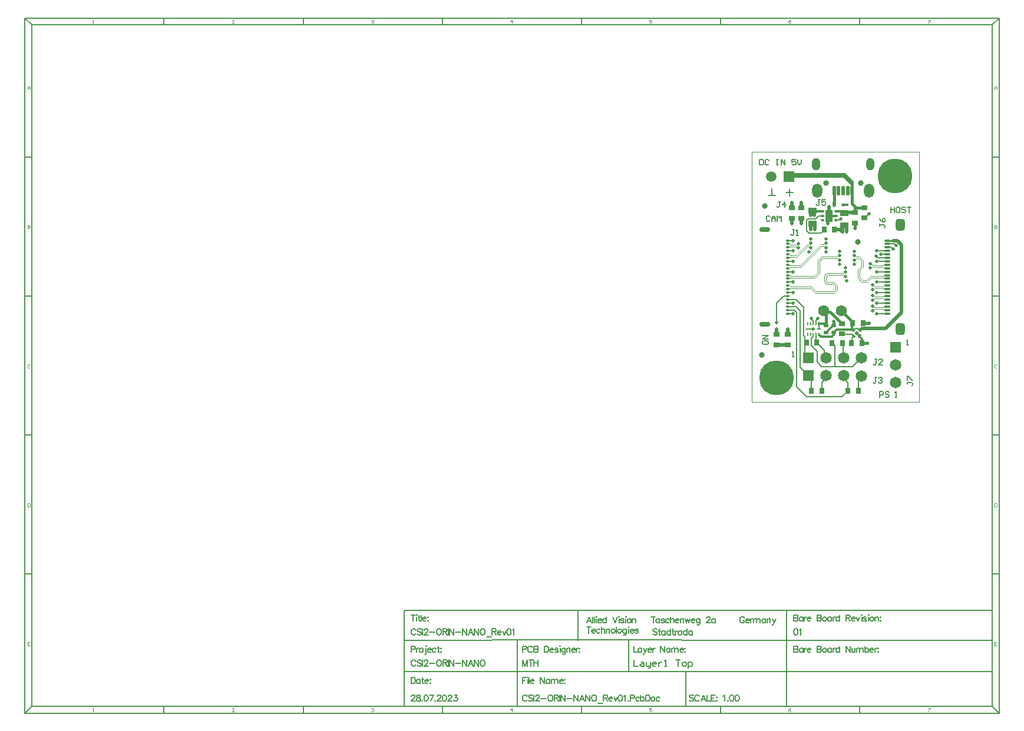
<source format=gtl>
G04*
G04 #@! TF.GenerationSoftware,Altium Limited,Altium Designer,23.7.1 (13)*
G04*
G04 Layer_Physical_Order=1*
G04 Layer_Color=255*
%FSLAX43Y43*%
%MOMM*%
G71*
G04*
G04 #@! TF.SameCoordinates,B4B51515-0AC6-4D20-8248-00ACB9807E1E*
G04*
G04*
G04 #@! TF.FilePolarity,Positive*
G04*
G01*
G75*
%ADD10C,0.200*%
%ADD11C,0.127*%
%ADD12C,0.025*%
%ADD13C,0.050*%
G04:AMPARAMS|DCode=14|XSize=1.65mm|YSize=1.3mm|CornerRadius=0.325mm|HoleSize=0mm|Usage=FLASHONLY|Rotation=90.000|XOffset=0mm|YOffset=0mm|HoleType=Round|Shape=RoundedRectangle|*
%AMROUNDEDRECTD14*
21,1,1.650,0.650,0,0,90.0*
21,1,1.000,1.300,0,0,90.0*
1,1,0.650,0.325,0.500*
1,1,0.650,0.325,-0.500*
1,1,0.650,-0.325,-0.500*
1,1,0.650,-0.325,0.500*
%
%ADD14ROUNDEDRECTD14*%
%ADD15O,1.000X0.300*%
%ADD16O,0.650X0.300*%
G04:AMPARAMS|DCode=17|XSize=0.7mm|YSize=1.5mm|CornerRadius=0.175mm|HoleSize=0mm|Usage=FLASHONLY|Rotation=270.000|XOffset=0mm|YOffset=0mm|HoleType=Round|Shape=RoundedRectangle|*
%AMROUNDEDRECTD17*
21,1,0.700,1.150,0,0,270.0*
21,1,0.350,1.500,0,0,270.0*
1,1,0.350,-0.575,-0.175*
1,1,0.350,-0.575,0.175*
1,1,0.350,0.575,0.175*
1,1,0.350,0.575,-0.175*
%
%ADD17ROUNDEDRECTD17*%
G04:AMPARAMS|DCode=18|XSize=0.7mm|YSize=0.8mm|CornerRadius=0.07mm|HoleSize=0mm|Usage=FLASHONLY|Rotation=270.000|XOffset=0mm|YOffset=0mm|HoleType=Round|Shape=RoundedRectangle|*
%AMROUNDEDRECTD18*
21,1,0.700,0.660,0,0,270.0*
21,1,0.560,0.800,0,0,270.0*
1,1,0.140,-0.330,-0.280*
1,1,0.140,-0.330,0.280*
1,1,0.140,0.330,0.280*
1,1,0.140,0.330,-0.280*
%
%ADD18ROUNDEDRECTD18*%
G04:AMPARAMS|DCode=23|XSize=0.45mm|YSize=1.3mm|CornerRadius=0.113mm|HoleSize=0mm|Usage=FLASHONLY|Rotation=180.000|XOffset=0mm|YOffset=0mm|HoleType=Round|Shape=RoundedRectangle|*
%AMROUNDEDRECTD23*
21,1,0.450,1.075,0,0,180.0*
21,1,0.225,1.300,0,0,180.0*
1,1,0.225,-0.113,0.538*
1,1,0.225,0.113,0.538*
1,1,0.225,0.113,-0.538*
1,1,0.225,-0.113,-0.538*
%
%ADD23ROUNDEDRECTD23*%
G04:AMPARAMS|DCode=28|XSize=0.3mm|YSize=0.4mm|CornerRadius=0.03mm|HoleSize=0mm|Usage=FLASHONLY|Rotation=0.000|XOffset=0mm|YOffset=0mm|HoleType=Round|Shape=RoundedRectangle|*
%AMROUNDEDRECTD28*
21,1,0.300,0.340,0,0,0.0*
21,1,0.240,0.400,0,0,0.0*
1,1,0.060,0.120,-0.170*
1,1,0.060,-0.120,-0.170*
1,1,0.060,-0.120,0.170*
1,1,0.060,0.120,0.170*
%
%ADD28ROUNDEDRECTD28*%
G04:AMPARAMS|DCode=29|XSize=0.9mm|YSize=1.2mm|CornerRadius=0.09mm|HoleSize=0mm|Usage=FLASHONLY|Rotation=270.000|XOffset=0mm|YOffset=0mm|HoleType=Round|Shape=RoundedRectangle|*
%AMROUNDEDRECTD29*
21,1,0.900,1.020,0,0,270.0*
21,1,0.720,1.200,0,0,270.0*
1,1,0.180,-0.510,-0.360*
1,1,0.180,-0.510,0.360*
1,1,0.180,0.510,0.360*
1,1,0.180,0.510,-0.360*
%
%ADD29ROUNDEDRECTD29*%
G04:AMPARAMS|DCode=30|XSize=0.7mm|YSize=0.8mm|CornerRadius=0.07mm|HoleSize=0mm|Usage=FLASHONLY|Rotation=0.000|XOffset=0mm|YOffset=0mm|HoleType=Round|Shape=RoundedRectangle|*
%AMROUNDEDRECTD30*
21,1,0.700,0.660,0,0,0.0*
21,1,0.560,0.800,0,0,0.0*
1,1,0.140,0.280,-0.330*
1,1,0.140,-0.280,-0.330*
1,1,0.140,-0.280,0.330*
1,1,0.140,0.280,0.330*
%
%ADD30ROUNDEDRECTD30*%
G04:AMPARAMS|DCode=31|XSize=0.6mm|YSize=0.5mm|CornerRadius=0.05mm|HoleSize=0mm|Usage=FLASHONLY|Rotation=180.000|XOffset=0mm|YOffset=0mm|HoleType=Round|Shape=RoundedRectangle|*
%AMROUNDEDRECTD31*
21,1,0.600,0.400,0,0,180.0*
21,1,0.500,0.500,0,0,180.0*
1,1,0.100,-0.250,0.200*
1,1,0.100,0.250,0.200*
1,1,0.100,0.250,-0.200*
1,1,0.100,-0.250,-0.200*
%
%ADD31ROUNDEDRECTD31*%
%ADD32C,0.250*%
%ADD41C,1.600*%
G04:AMPARAMS|DCode=61|XSize=0.22mm|YSize=0.65mm|CornerRadius=0.055mm|HoleSize=0mm|Usage=FLASHONLY|Rotation=90.000|XOffset=0mm|YOffset=0mm|HoleType=Round|Shape=RoundedRectangle|*
%AMROUNDEDRECTD61*
21,1,0.220,0.540,0,0,90.0*
21,1,0.110,0.650,0,0,90.0*
1,1,0.110,0.270,0.055*
1,1,0.110,0.270,-0.055*
1,1,0.110,-0.270,-0.055*
1,1,0.110,-0.270,0.055*
%
%ADD61ROUNDEDRECTD61*%
G04:AMPARAMS|DCode=62|XSize=0.22mm|YSize=0.5mm|CornerRadius=0.055mm|HoleSize=0mm|Usage=FLASHONLY|Rotation=0.000|XOffset=0mm|YOffset=0mm|HoleType=Round|Shape=RoundedRectangle|*
%AMROUNDEDRECTD62*
21,1,0.220,0.390,0,0,0.0*
21,1,0.110,0.500,0,0,0.0*
1,1,0.110,0.055,-0.195*
1,1,0.110,-0.055,-0.195*
1,1,0.110,-0.055,0.195*
1,1,0.110,0.055,0.195*
%
%ADD62ROUNDEDRECTD62*%
G04:AMPARAMS|DCode=63|XSize=0.32mm|YSize=0.5mm|CornerRadius=0.08mm|HoleSize=0mm|Usage=FLASHONLY|Rotation=180.000|XOffset=0mm|YOffset=0mm|HoleType=Round|Shape=RoundedRectangle|*
%AMROUNDEDRECTD63*
21,1,0.320,0.340,0,0,180.0*
21,1,0.160,0.500,0,0,180.0*
1,1,0.160,-0.080,0.170*
1,1,0.160,0.080,0.170*
1,1,0.160,0.080,-0.170*
1,1,0.160,-0.080,-0.170*
%
%ADD63ROUNDEDRECTD63*%
%ADD64C,0.800*%
G04:AMPARAMS|DCode=65|XSize=0.35mm|YSize=0.5mm|CornerRadius=0.088mm|HoleSize=0mm|Usage=FLASHONLY|Rotation=45.000|XOffset=0mm|YOffset=0mm|HoleType=Round|Shape=RoundedRectangle|*
%AMROUNDEDRECTD65*
21,1,0.350,0.325,0,0,45.0*
21,1,0.175,0.500,0,0,45.0*
1,1,0.175,0.177,-0.053*
1,1,0.175,0.053,-0.177*
1,1,0.175,-0.177,0.053*
1,1,0.175,-0.053,0.177*
%
%ADD65ROUNDEDRECTD65*%
G04:AMPARAMS|DCode=66|XSize=0.5mm|YSize=0.5mm|CornerRadius=0.075mm|HoleSize=0mm|Usage=FLASHONLY|Rotation=45.000|XOffset=0mm|YOffset=0mm|HoleType=Round|Shape=RoundedRectangle|*
%AMROUNDEDRECTD66*
21,1,0.500,0.350,0,0,45.0*
21,1,0.350,0.500,0,0,45.0*
1,1,0.150,0.247,0.000*
1,1,0.150,0.000,-0.247*
1,1,0.150,-0.247,0.000*
1,1,0.150,0.000,0.247*
%
%ADD66ROUNDEDRECTD66*%
G04:AMPARAMS|DCode=67|XSize=0.35mm|YSize=0.5mm|CornerRadius=0.088mm|HoleSize=0mm|Usage=FLASHONLY|Rotation=135.000|XOffset=0mm|YOffset=0mm|HoleType=Round|Shape=RoundedRectangle|*
%AMROUNDEDRECTD67*
21,1,0.350,0.325,0,0,135.0*
21,1,0.175,0.500,0,0,135.0*
1,1,0.175,0.053,0.177*
1,1,0.175,0.177,0.053*
1,1,0.175,-0.053,-0.177*
1,1,0.175,-0.177,-0.053*
%
%ADD67ROUNDEDRECTD67*%
G04:AMPARAMS|DCode=68|XSize=0.4mm|YSize=0.45mm|CornerRadius=0.1mm|HoleSize=0mm|Usage=FLASHONLY|Rotation=270.000|XOffset=0mm|YOffset=0mm|HoleType=Round|Shape=RoundedRectangle|*
%AMROUNDEDRECTD68*
21,1,0.400,0.250,0,0,270.0*
21,1,0.200,0.450,0,0,270.0*
1,1,0.200,-0.125,-0.100*
1,1,0.200,-0.125,0.100*
1,1,0.200,0.125,0.100*
1,1,0.200,0.125,-0.100*
%
%ADD68ROUNDEDRECTD68*%
G04:AMPARAMS|DCode=69|XSize=1.7mm|YSize=1.1mm|CornerRadius=0.11mm|HoleSize=0mm|Usage=FLASHONLY|Rotation=270.000|XOffset=0mm|YOffset=0mm|HoleType=Round|Shape=RoundedRectangle|*
%AMROUNDEDRECTD69*
21,1,1.700,0.880,0,0,270.0*
21,1,1.480,1.100,0,0,270.0*
1,1,0.220,-0.440,-0.740*
1,1,0.220,-0.440,0.740*
1,1,0.220,0.440,0.740*
1,1,0.220,0.440,-0.740*
%
%ADD69ROUNDEDRECTD69*%
%ADD70C,0.125*%
%ADD71C,0.400*%
%ADD72C,0.500*%
%ADD73C,0.150*%
%ADD74C,0.300*%
%ADD75C,0.700*%
%ADD76R,1.650X1.650*%
%ADD77C,1.650*%
%ADD78O,1.150X1.800*%
%ADD79O,1.450X2.000*%
%ADD80C,5.000*%
%ADD81R,1.650X1.650*%
%ADD82C,1.500*%
%ADD83R,1.500X1.500*%
%ADD84C,0.500*%
D10*
X14577Y10322D02*
X14857Y10602D01*
X17950Y20250D02*
X19450D01*
X17950Y17250D02*
X19450D01*
X19450Y17250D01*
X17950Y15750D02*
X19450D01*
X17950Y21750D02*
X19450D01*
X17950Y18750D02*
X17950Y18750D01*
X19450D01*
X17950Y14250D02*
X19450D01*
X17950Y12750D02*
X19450D01*
X3510Y14229D02*
X4531Y15250D01*
X3510Y11469D02*
Y14229D01*
X4531Y15250D02*
X5100D01*
X14350Y9242D02*
X14578Y9470D01*
X14577Y9472D02*
X14578Y9470D01*
X14322Y9726D02*
X14577Y9472D01*
X12925Y9726D02*
X14322D01*
X14350Y8595D02*
Y9242D01*
X15147Y10602D02*
X15355Y10393D01*
X7602Y6898D02*
Y8600D01*
X7400Y9576D02*
X7589Y9387D01*
Y8761D02*
Y9387D01*
Y8761D02*
X7750Y8600D01*
X7975Y10500D02*
X8800D01*
X6325Y14750D02*
X7400Y13675D01*
Y9576D02*
Y13675D01*
X6309Y13750D02*
X6900Y13159D01*
Y5000D02*
Y13159D01*
Y5000D02*
X8100Y3800D01*
X6072Y13250D02*
X6414Y12908D01*
Y2172D02*
Y12908D01*
Y2172D02*
X7842Y744D01*
X9652Y10516D02*
Y11243D01*
X7602Y6898D02*
X8100Y6400D01*
X12997Y8525D02*
X13089Y8434D01*
Y6491D02*
Y8434D01*
Y6491D02*
X13180Y6400D01*
X14857Y10602D02*
X15147D01*
X14577Y10322D02*
X14577D01*
X14302Y8547D02*
X14350Y8595D01*
X9572Y26800D02*
X10125D01*
X9147Y26375D02*
X9572Y26800D01*
X8753Y26375D02*
X8753Y26375D01*
X8597Y26375D02*
X8753D01*
X8597Y26375D02*
X8597Y26375D01*
X8753Y26375D02*
X9147D01*
X8203Y26375D02*
X8203Y26375D01*
X8060Y26375D02*
X8203D01*
X7875Y26190D02*
X8060Y26375D01*
X8203Y26375D02*
X8597D01*
X7842Y744D02*
X12944D01*
X5100Y13750D02*
X6309D01*
X5100Y13250D02*
X6072D01*
X8100Y3800D02*
X8550Y3350D01*
X5100Y14750D02*
X6325D01*
X15250Y3305D02*
X15720Y3775D01*
X15250Y1600D02*
Y3305D01*
X12944Y744D02*
X13750Y1550D01*
Y1600D01*
X5100Y14250D02*
X5900D01*
X13180Y3408D02*
Y3800D01*
Y3408D02*
X13750Y2838D01*
Y1600D02*
Y2838D01*
X10050Y1600D02*
Y2818D01*
X10640Y3408D02*
Y3800D01*
X10050Y2818D02*
X10640Y3408D01*
X8550Y1600D02*
Y3350D01*
X7875Y24653D02*
Y26190D01*
X10350Y24750D02*
Y24800D01*
X9925Y24325D02*
X10350Y24750D01*
X8203Y24325D02*
X9925D01*
X7875Y24653D02*
X8203Y24325D01*
X5100Y23250D02*
X5900D01*
X4950D02*
X5100D01*
X4950Y17250D02*
X5100D01*
X5900D01*
X5100Y18750D02*
X5900D01*
X4950D02*
X5100D01*
X4950Y20250D02*
X5100D01*
X5900D01*
X4950Y21750D02*
X5100D01*
X5900D01*
X4870Y30156D02*
X5870D01*
X5370Y29656D02*
Y30656D01*
X2830Y30750D02*
X2830Y29750D01*
X2330D02*
X3330D01*
X5100Y12750D02*
X5900D01*
X5100Y15750D02*
X5900D01*
D11*
X-17000Y-37111D02*
Y-38000D01*
X-16408D01*
X-15963Y-37408D02*
X-15667D01*
X-15519Y-37556D01*
Y-38000D01*
X-15963D01*
X-16111Y-37852D01*
X-15963Y-37704D01*
X-15519D01*
X-15223Y-37408D02*
Y-37852D01*
X-15074Y-38000D01*
X-14630D01*
Y-38148D01*
X-14778Y-38296D01*
X-14926D01*
X-14630Y-38000D02*
Y-37408D01*
X-13889Y-38000D02*
X-14186D01*
X-14334Y-37852D01*
Y-37556D01*
X-14186Y-37408D01*
X-13889D01*
X-13741Y-37556D01*
Y-37704D01*
X-14334D01*
X-13445Y-37408D02*
Y-38000D01*
Y-37704D01*
X-13297Y-37556D01*
X-13149Y-37408D01*
X-13001D01*
X-12556Y-38000D02*
X-12260D01*
X-12408D01*
Y-37111D01*
X-12556Y-37259D01*
X-10927Y-37111D02*
X-10335D01*
X-10631D01*
Y-38000D01*
X-9890D02*
X-9594D01*
X-9446Y-37852D01*
Y-37556D01*
X-9594Y-37408D01*
X-9890D01*
X-10038Y-37556D01*
Y-37852D01*
X-9890Y-38000D01*
X-9150Y-38296D02*
Y-37408D01*
X-8705D01*
X-8557Y-37556D01*
Y-37852D01*
X-8705Y-38000D01*
X-9150D01*
X35500Y-44750D02*
Y55250D01*
X-104500Y-44750D02*
X35500D01*
X-104500D02*
Y55250D01*
X35500D01*
X34500Y-43750D02*
X35500Y-44750D01*
X-9500Y-43750D02*
Y-38750D01*
X12250Y-43750D02*
X34500D01*
X5000D02*
Y-30000D01*
X-33500D02*
X20000D01*
X-49975Y-38725D02*
X-17750Y-38750D01*
X-50000Y-34250D02*
X-24975Y-34225D01*
X5000Y-30000D02*
X34500D01*
X-50000Y-43750D02*
X-33500D01*
X-50000D02*
Y-30000D01*
X-33500D01*
Y-43750D02*
X12250D01*
X-17750Y-38750D02*
X5000D01*
X-24975Y-34225D02*
X5000Y-34250D01*
X-17750Y-38750D02*
Y-34250D01*
X34500Y-43750D02*
X34500Y-30000D01*
X-33750Y-43750D02*
Y-34250D01*
X-25000Y-34250D02*
Y-30000D01*
X5000Y-38750D02*
X34500D01*
X5000Y-34250D02*
X34500D01*
X-103500Y-43750D02*
X-50000D01*
X-103500D02*
Y54250D01*
X34500D01*
Y-30000D02*
Y54250D01*
X-84500Y-44750D02*
Y-43750D01*
X-64500Y-44750D02*
Y-43750D01*
X-44500Y-44750D02*
Y-43750D01*
X-24500Y-44750D02*
Y-43750D01*
X-4500Y-44750D02*
Y-43750D01*
X15500Y-44750D02*
Y-43750D01*
X-104500Y-44750D02*
X-103500Y-43750D01*
X15500Y54250D02*
Y55250D01*
X-4500Y54250D02*
Y55250D01*
X-24500Y54250D02*
Y55250D01*
X-44500Y54250D02*
Y55250D01*
X-64500Y54250D02*
Y55250D01*
X-84500Y54250D02*
Y55250D01*
X-104500Y35250D02*
X-103500D01*
X-104500Y15250D02*
X-103500D01*
X-104500Y-4750D02*
X-103500D01*
X-104500Y-24750D02*
X-103500D01*
X34500Y54250D02*
X35500Y55250D01*
X-104500D02*
X-103500Y54250D01*
X34500Y-24750D02*
X35500D01*
X34500Y-4750D02*
X35500D01*
X34500Y15250D02*
X35500D01*
X34500Y35250D02*
X35500D01*
X-48365Y-37323D02*
X-48407Y-37238D01*
X-48492Y-37154D01*
X-48577Y-37111D01*
X-48746D01*
X-48831Y-37154D01*
X-48915Y-37238D01*
X-48958Y-37323D01*
X-49000Y-37450D01*
Y-37661D01*
X-48958Y-37788D01*
X-48915Y-37873D01*
X-48831Y-37958D01*
X-48746Y-38000D01*
X-48577D01*
X-48492Y-37958D01*
X-48407Y-37873D01*
X-48365Y-37788D01*
X-47523Y-37238D02*
X-47608Y-37154D01*
X-47735Y-37111D01*
X-47904D01*
X-48031Y-37154D01*
X-48115Y-37238D01*
Y-37323D01*
X-48073Y-37407D01*
X-48031Y-37450D01*
X-47946Y-37492D01*
X-47692Y-37577D01*
X-47608Y-37619D01*
X-47565Y-37661D01*
X-47523Y-37746D01*
Y-37873D01*
X-47608Y-37958D01*
X-47735Y-38000D01*
X-47904D01*
X-48031Y-37958D01*
X-48115Y-37873D01*
X-47324Y-37111D02*
Y-38000D01*
X-47095Y-37323D02*
Y-37280D01*
X-47053Y-37196D01*
X-47011Y-37154D01*
X-46926Y-37111D01*
X-46757D01*
X-46672Y-37154D01*
X-46630Y-37196D01*
X-46588Y-37280D01*
Y-37365D01*
X-46630Y-37450D01*
X-46714Y-37577D01*
X-47138Y-38000D01*
X-46545D01*
X-46346Y-37619D02*
X-45584D01*
X-45068Y-37111D02*
X-45153Y-37154D01*
X-45237Y-37238D01*
X-45280Y-37323D01*
X-45322Y-37450D01*
Y-37661D01*
X-45280Y-37788D01*
X-45237Y-37873D01*
X-45153Y-37958D01*
X-45068Y-38000D01*
X-44899D01*
X-44814Y-37958D01*
X-44729Y-37873D01*
X-44687Y-37788D01*
X-44645Y-37661D01*
Y-37450D01*
X-44687Y-37323D01*
X-44729Y-37238D01*
X-44814Y-37154D01*
X-44899Y-37111D01*
X-45068D01*
X-44437D02*
Y-38000D01*
Y-37111D02*
X-44057D01*
X-43930Y-37154D01*
X-43887Y-37196D01*
X-43845Y-37280D01*
Y-37365D01*
X-43887Y-37450D01*
X-43930Y-37492D01*
X-44057Y-37534D01*
X-44437D01*
X-44141D02*
X-43845Y-38000D01*
X-43646Y-37111D02*
Y-38000D01*
X-43460Y-37111D02*
Y-38000D01*
Y-37111D02*
X-42867Y-38000D01*
Y-37111D02*
Y-38000D01*
X-42622Y-37619D02*
X-41860D01*
X-41597Y-37111D02*
Y-38000D01*
Y-37111D02*
X-41005Y-38000D01*
Y-37111D02*
Y-38000D01*
X-40082D02*
X-40421Y-37111D01*
X-40759Y-38000D01*
X-40632Y-37704D02*
X-40209D01*
X-39875Y-37111D02*
Y-38000D01*
Y-37111D02*
X-39282Y-38000D01*
Y-37111D02*
Y-38000D01*
X-38783Y-37111D02*
X-38868Y-37154D01*
X-38952Y-37238D01*
X-38995Y-37323D01*
X-39037Y-37450D01*
Y-37661D01*
X-38995Y-37788D01*
X-38952Y-37873D01*
X-38868Y-37958D01*
X-38783Y-38000D01*
X-38614D01*
X-38529Y-37958D01*
X-38444Y-37873D01*
X-38402Y-37788D01*
X-38360Y-37661D01*
Y-37450D01*
X-38402Y-37323D01*
X-38444Y-37238D01*
X-38529Y-37154D01*
X-38614Y-37111D01*
X-38783D01*
X-49000Y-35577D02*
X-48619D01*
X-48492Y-35534D01*
X-48450Y-35492D01*
X-48407Y-35407D01*
Y-35280D01*
X-48450Y-35196D01*
X-48492Y-35154D01*
X-48619Y-35111D01*
X-49000D01*
Y-36000D01*
X-48209Y-35407D02*
Y-36000D01*
Y-35661D02*
X-48166Y-35534D01*
X-48082Y-35450D01*
X-47997Y-35407D01*
X-47870D01*
X-47578D02*
X-47663Y-35450D01*
X-47747Y-35534D01*
X-47790Y-35661D01*
Y-35746D01*
X-47747Y-35873D01*
X-47663Y-35958D01*
X-47578Y-36000D01*
X-47451D01*
X-47366Y-35958D01*
X-47282Y-35873D01*
X-47239Y-35746D01*
Y-35661D01*
X-47282Y-35534D01*
X-47366Y-35450D01*
X-47451Y-35407D01*
X-47578D01*
X-46875Y-35111D02*
X-46833Y-35154D01*
X-46791Y-35111D01*
X-46833Y-35069D01*
X-46875Y-35111D01*
X-46833Y-35407D02*
Y-36127D01*
X-46875Y-36254D01*
X-46960Y-36296D01*
X-47045D01*
X-46626Y-35661D02*
X-46118D01*
Y-35577D01*
X-46160Y-35492D01*
X-46202Y-35450D01*
X-46287Y-35407D01*
X-46414D01*
X-46499Y-35450D01*
X-46583Y-35534D01*
X-46626Y-35661D01*
Y-35746D01*
X-46583Y-35873D01*
X-46499Y-35958D01*
X-46414Y-36000D01*
X-46287D01*
X-46202Y-35958D01*
X-46118Y-35873D01*
X-45419Y-35534D02*
X-45504Y-35450D01*
X-45589Y-35407D01*
X-45716D01*
X-45800Y-35450D01*
X-45885Y-35534D01*
X-45927Y-35661D01*
Y-35746D01*
X-45885Y-35873D01*
X-45800Y-35958D01*
X-45716Y-36000D01*
X-45589D01*
X-45504Y-35958D01*
X-45419Y-35873D01*
X-45102Y-35111D02*
Y-35831D01*
X-45060Y-35958D01*
X-44975Y-36000D01*
X-44890D01*
X-45229Y-35407D02*
X-44933D01*
X-44721D02*
X-44763Y-35450D01*
X-44721Y-35492D01*
X-44679Y-35450D01*
X-44721Y-35407D01*
Y-35915D02*
X-44763Y-35958D01*
X-44721Y-36000D01*
X-44679Y-35958D01*
X-44721Y-35915D01*
X-17000Y-35111D02*
Y-36000D01*
X-16492D01*
X-15887Y-35407D02*
Y-36000D01*
Y-35534D02*
X-15972Y-35450D01*
X-16056Y-35407D01*
X-16183D01*
X-16268Y-35450D01*
X-16352Y-35534D01*
X-16395Y-35661D01*
Y-35746D01*
X-16352Y-35873D01*
X-16268Y-35958D01*
X-16183Y-36000D01*
X-16056D01*
X-15972Y-35958D01*
X-15887Y-35873D01*
X-15608Y-35407D02*
X-15354Y-36000D01*
X-15100Y-35407D02*
X-15354Y-36000D01*
X-15438Y-36169D01*
X-15523Y-36254D01*
X-15608Y-36296D01*
X-15650D01*
X-14952Y-35661D02*
X-14444D01*
Y-35577D01*
X-14486Y-35492D01*
X-14528Y-35450D01*
X-14613Y-35407D01*
X-14740D01*
X-14825Y-35450D01*
X-14909Y-35534D01*
X-14952Y-35661D01*
Y-35746D01*
X-14909Y-35873D01*
X-14825Y-35958D01*
X-14740Y-36000D01*
X-14613D01*
X-14528Y-35958D01*
X-14444Y-35873D01*
X-14253Y-35407D02*
Y-36000D01*
Y-35661D02*
X-14211Y-35534D01*
X-14126Y-35450D01*
X-14042Y-35407D01*
X-13915D01*
X-13136Y-35111D02*
Y-36000D01*
Y-35111D02*
X-12543Y-36000D01*
Y-35111D02*
Y-36000D01*
X-11790Y-35407D02*
Y-36000D01*
Y-35534D02*
X-11875Y-35450D01*
X-11959Y-35407D01*
X-12086D01*
X-12171Y-35450D01*
X-12255Y-35534D01*
X-12298Y-35661D01*
Y-35746D01*
X-12255Y-35873D01*
X-12171Y-35958D01*
X-12086Y-36000D01*
X-11959D01*
X-11875Y-35958D01*
X-11790Y-35873D01*
X-11553Y-35407D02*
Y-36000D01*
Y-35577D02*
X-11426Y-35450D01*
X-11341Y-35407D01*
X-11214D01*
X-11130Y-35450D01*
X-11087Y-35577D01*
Y-36000D01*
Y-35577D02*
X-10960Y-35450D01*
X-10876Y-35407D01*
X-10749D01*
X-10664Y-35450D01*
X-10622Y-35577D01*
Y-36000D01*
X-10342Y-35661D02*
X-9835D01*
Y-35577D01*
X-9877Y-35492D01*
X-9919Y-35450D01*
X-10004Y-35407D01*
X-10131D01*
X-10215Y-35450D01*
X-10300Y-35534D01*
X-10342Y-35661D01*
Y-35746D01*
X-10300Y-35873D01*
X-10215Y-35958D01*
X-10131Y-36000D01*
X-10004D01*
X-9919Y-35958D01*
X-9835Y-35873D01*
X-9602Y-35407D02*
X-9644Y-35450D01*
X-9602Y-35492D01*
X-9559Y-35450D01*
X-9602Y-35407D01*
Y-35915D02*
X-9644Y-35958D01*
X-9602Y-36000D01*
X-9559Y-35958D01*
X-9602Y-35915D01*
X-8407Y-42238D02*
X-8492Y-42154D01*
X-8619Y-42111D01*
X-8788D01*
X-8915Y-42154D01*
X-9000Y-42238D01*
Y-42323D01*
X-8958Y-42407D01*
X-8915Y-42450D01*
X-8831Y-42492D01*
X-8577Y-42577D01*
X-8492Y-42619D01*
X-8450Y-42661D01*
X-8407Y-42746D01*
Y-42873D01*
X-8492Y-42958D01*
X-8619Y-43000D01*
X-8788D01*
X-8915Y-42958D01*
X-9000Y-42873D01*
X-7574Y-42323D02*
X-7616Y-42238D01*
X-7701Y-42154D01*
X-7785Y-42111D01*
X-7955D01*
X-8039Y-42154D01*
X-8124Y-42238D01*
X-8166Y-42323D01*
X-8209Y-42450D01*
Y-42661D01*
X-8166Y-42788D01*
X-8124Y-42873D01*
X-8039Y-42958D01*
X-7955Y-43000D01*
X-7785D01*
X-7701Y-42958D01*
X-7616Y-42873D01*
X-7574Y-42788D01*
X-6647Y-43000D02*
X-6985Y-42111D01*
X-7324Y-43000D01*
X-7197Y-42704D02*
X-6774D01*
X-6439Y-42111D02*
Y-43000D01*
X-5931D01*
X-5284Y-42111D02*
X-5834D01*
Y-43000D01*
X-5284D01*
X-5834Y-42534D02*
X-5496D01*
X-5093Y-42407D02*
X-5136Y-42450D01*
X-5093Y-42492D01*
X-5051Y-42450D01*
X-5093Y-42407D01*
Y-42915D02*
X-5136Y-42958D01*
X-5093Y-43000D01*
X-5051Y-42958D01*
X-5093Y-42915D01*
X-4158Y-42280D02*
X-4073Y-42238D01*
X-3946Y-42111D01*
Y-43000D01*
X-3464Y-42915D02*
X-3506Y-42958D01*
X-3464Y-43000D01*
X-3422Y-42958D01*
X-3464Y-42915D01*
X-2973Y-42111D02*
X-3100Y-42154D01*
X-3185Y-42280D01*
X-3227Y-42492D01*
Y-42619D01*
X-3185Y-42831D01*
X-3100Y-42958D01*
X-2973Y-43000D01*
X-2888D01*
X-2761Y-42958D01*
X-2677Y-42831D01*
X-2634Y-42619D01*
Y-42492D01*
X-2677Y-42280D01*
X-2761Y-42154D01*
X-2888Y-42111D01*
X-2973D01*
X-2182D02*
X-2309Y-42154D01*
X-2393Y-42280D01*
X-2436Y-42492D01*
Y-42619D01*
X-2393Y-42831D01*
X-2309Y-42958D01*
X-2182Y-43000D01*
X-2097D01*
X-1970Y-42958D01*
X-1885Y-42831D01*
X-1843Y-42619D01*
Y-42492D01*
X-1885Y-42280D01*
X-1970Y-42154D01*
X-2097Y-42111D01*
X-2182D01*
X-1115Y-31073D02*
X-1157Y-30988D01*
X-1242Y-30904D01*
X-1327Y-30861D01*
X-1496D01*
X-1581Y-30904D01*
X-1665Y-30988D01*
X-1708Y-31073D01*
X-1750Y-31200D01*
Y-31411D01*
X-1708Y-31538D01*
X-1665Y-31623D01*
X-1581Y-31708D01*
X-1496Y-31750D01*
X-1327D01*
X-1242Y-31708D01*
X-1157Y-31623D01*
X-1115Y-31538D01*
Y-31411D01*
X-1327D02*
X-1115D01*
X-912D02*
X-404D01*
Y-31327D01*
X-446Y-31242D01*
X-489Y-31200D01*
X-573Y-31157D01*
X-700D01*
X-785Y-31200D01*
X-870Y-31284D01*
X-912Y-31411D01*
Y-31496D01*
X-870Y-31623D01*
X-785Y-31708D01*
X-700Y-31750D01*
X-573D01*
X-489Y-31708D01*
X-404Y-31623D01*
X-214Y-31157D02*
Y-31750D01*
Y-31411D02*
X-171Y-31284D01*
X-87Y-31200D01*
X-2Y-31157D01*
X125D01*
X205D02*
Y-31750D01*
Y-31327D02*
X332Y-31200D01*
X417Y-31157D01*
X544D01*
X629Y-31200D01*
X671Y-31327D01*
Y-31750D01*
Y-31327D02*
X798Y-31200D01*
X883Y-31157D01*
X1010D01*
X1094Y-31200D01*
X1137Y-31327D01*
Y-31750D01*
X1924Y-31157D02*
Y-31750D01*
Y-31284D02*
X1839Y-31200D01*
X1754Y-31157D01*
X1627D01*
X1543Y-31200D01*
X1458Y-31284D01*
X1416Y-31411D01*
Y-31496D01*
X1458Y-31623D01*
X1543Y-31708D01*
X1627Y-31750D01*
X1754D01*
X1839Y-31708D01*
X1924Y-31623D01*
X2161Y-31157D02*
Y-31750D01*
Y-31327D02*
X2288Y-31200D01*
X2372Y-31157D01*
X2499D01*
X2584Y-31200D01*
X2626Y-31327D01*
Y-31750D01*
X2901Y-31157D02*
X3155Y-31750D01*
X3409Y-31157D02*
X3155Y-31750D01*
X3071Y-31919D01*
X2986Y-32004D01*
X2901Y-32046D01*
X2859D01*
X-13657Y-32738D02*
X-13742Y-32654D01*
X-13869Y-32611D01*
X-14038D01*
X-14165Y-32654D01*
X-14250Y-32738D01*
Y-32823D01*
X-14208Y-32907D01*
X-14165Y-32950D01*
X-14081Y-32992D01*
X-13827Y-33077D01*
X-13742Y-33119D01*
X-13700Y-33161D01*
X-13657Y-33246D01*
Y-33373D01*
X-13742Y-33458D01*
X-13869Y-33500D01*
X-14038D01*
X-14165Y-33458D01*
X-14250Y-33373D01*
X-13332Y-32611D02*
Y-33331D01*
X-13289Y-33458D01*
X-13205Y-33500D01*
X-13120D01*
X-13459Y-32907D02*
X-13162D01*
X-12485D02*
Y-33500D01*
Y-33034D02*
X-12570Y-32950D01*
X-12654Y-32907D01*
X-12781D01*
X-12866Y-32950D01*
X-12951Y-33034D01*
X-12993Y-33161D01*
Y-33246D01*
X-12951Y-33373D01*
X-12866Y-33458D01*
X-12781Y-33500D01*
X-12654D01*
X-12570Y-33458D01*
X-12485Y-33373D01*
X-11740Y-32611D02*
Y-33500D01*
Y-33034D02*
X-11825Y-32950D01*
X-11909Y-32907D01*
X-12036D01*
X-12121Y-32950D01*
X-12206Y-33034D01*
X-12248Y-33161D01*
Y-33246D01*
X-12206Y-33373D01*
X-12121Y-33458D01*
X-12036Y-33500D01*
X-11909D01*
X-11825Y-33458D01*
X-11740Y-33373D01*
X-11376Y-32611D02*
Y-33331D01*
X-11334Y-33458D01*
X-11249Y-33500D01*
X-11165D01*
X-11503Y-32907D02*
X-11207D01*
X-11038D02*
Y-33500D01*
Y-33161D02*
X-10995Y-33034D01*
X-10911Y-32950D01*
X-10826Y-32907D01*
X-10699D01*
X-10407D02*
X-10492Y-32950D01*
X-10576Y-33034D01*
X-10619Y-33161D01*
Y-33246D01*
X-10576Y-33373D01*
X-10492Y-33458D01*
X-10407Y-33500D01*
X-10280D01*
X-10195Y-33458D01*
X-10111Y-33373D01*
X-10068Y-33246D01*
Y-33161D01*
X-10111Y-33034D01*
X-10195Y-32950D01*
X-10280Y-32907D01*
X-10407D01*
X-9366Y-32611D02*
Y-33500D01*
Y-33034D02*
X-9450Y-32950D01*
X-9535Y-32907D01*
X-9662D01*
X-9747Y-32950D01*
X-9831Y-33034D01*
X-9874Y-33161D01*
Y-33246D01*
X-9831Y-33373D01*
X-9747Y-33458D01*
X-9662Y-33500D01*
X-9535D01*
X-9450Y-33458D01*
X-9366Y-33373D01*
X-8621Y-32907D02*
Y-33500D01*
Y-33034D02*
X-8706Y-32950D01*
X-8790Y-32907D01*
X-8917D01*
X-9002Y-32950D01*
X-9086Y-33034D01*
X-9129Y-33161D01*
Y-33246D01*
X-9086Y-33373D01*
X-9002Y-33458D01*
X-8917Y-33500D01*
X-8790D01*
X-8706Y-33458D01*
X-8621Y-33373D01*
X-14204Y-30861D02*
Y-31750D01*
X-14500Y-30861D02*
X-13907D01*
X-13294Y-31157D02*
Y-31750D01*
Y-31284D02*
X-13378Y-31200D01*
X-13463Y-31157D01*
X-13590D01*
X-13675Y-31200D01*
X-13759Y-31284D01*
X-13802Y-31411D01*
Y-31496D01*
X-13759Y-31623D01*
X-13675Y-31708D01*
X-13590Y-31750D01*
X-13463D01*
X-13378Y-31708D01*
X-13294Y-31623D01*
X-12591Y-31284D02*
X-12634Y-31200D01*
X-12760Y-31157D01*
X-12887D01*
X-13014Y-31200D01*
X-13057Y-31284D01*
X-13014Y-31369D01*
X-12930Y-31411D01*
X-12718Y-31454D01*
X-12634Y-31496D01*
X-12591Y-31581D01*
Y-31623D01*
X-12634Y-31708D01*
X-12760Y-31750D01*
X-12887D01*
X-13014Y-31708D01*
X-13057Y-31623D01*
X-11897Y-31284D02*
X-11982Y-31200D01*
X-12066Y-31157D01*
X-12193D01*
X-12278Y-31200D01*
X-12363Y-31284D01*
X-12405Y-31411D01*
Y-31496D01*
X-12363Y-31623D01*
X-12278Y-31708D01*
X-12193Y-31750D01*
X-12066D01*
X-11982Y-31708D01*
X-11897Y-31623D01*
X-11707Y-30861D02*
Y-31750D01*
Y-31327D02*
X-11580Y-31200D01*
X-11495Y-31157D01*
X-11368D01*
X-11283Y-31200D01*
X-11241Y-31327D01*
Y-31750D01*
X-11008Y-31411D02*
X-10500D01*
Y-31327D01*
X-10543Y-31242D01*
X-10585Y-31200D01*
X-10670Y-31157D01*
X-10797D01*
X-10881Y-31200D01*
X-10966Y-31284D01*
X-11008Y-31411D01*
Y-31496D01*
X-10966Y-31623D01*
X-10881Y-31708D01*
X-10797Y-31750D01*
X-10670D01*
X-10585Y-31708D01*
X-10500Y-31623D01*
X-10310Y-31157D02*
Y-31750D01*
Y-31327D02*
X-10183Y-31200D01*
X-10098Y-31157D01*
X-9971D01*
X-9887Y-31200D01*
X-9844Y-31327D01*
Y-31750D01*
X-9612Y-31157D02*
X-9442Y-31750D01*
X-9273Y-31157D02*
X-9442Y-31750D01*
X-9273Y-31157D02*
X-9104Y-31750D01*
X-8934Y-31157D02*
X-9104Y-31750D01*
X-8727Y-31411D02*
X-8219D01*
Y-31327D01*
X-8261Y-31242D01*
X-8304Y-31200D01*
X-8388Y-31157D01*
X-8515D01*
X-8600Y-31200D01*
X-8685Y-31284D01*
X-8727Y-31411D01*
Y-31496D01*
X-8685Y-31623D01*
X-8600Y-31708D01*
X-8515Y-31750D01*
X-8388D01*
X-8304Y-31708D01*
X-8219Y-31623D01*
X-7521Y-31157D02*
Y-31835D01*
X-7563Y-31962D01*
X-7605Y-32004D01*
X-7690Y-32046D01*
X-7817D01*
X-7902Y-32004D01*
X-7521Y-31284D02*
X-7605Y-31200D01*
X-7690Y-31157D01*
X-7817D01*
X-7902Y-31200D01*
X-7986Y-31284D01*
X-8029Y-31411D01*
Y-31496D01*
X-7986Y-31623D01*
X-7902Y-31708D01*
X-7817Y-31750D01*
X-7690D01*
X-7605Y-31708D01*
X-7521Y-31623D01*
X-6543Y-31073D02*
Y-31030D01*
X-6501Y-30946D01*
X-6458Y-30904D01*
X-6374Y-30861D01*
X-6204D01*
X-6120Y-30904D01*
X-6077Y-30946D01*
X-6035Y-31030D01*
Y-31115D01*
X-6077Y-31200D01*
X-6162Y-31327D01*
X-6585Y-31750D01*
X-5993D01*
X-5286Y-31157D02*
Y-31750D01*
Y-31284D02*
X-5371Y-31200D01*
X-5455Y-31157D01*
X-5582D01*
X-5667Y-31200D01*
X-5752Y-31284D01*
X-5794Y-31411D01*
Y-31496D01*
X-5752Y-31623D01*
X-5667Y-31708D01*
X-5582Y-31750D01*
X-5455D01*
X-5371Y-31708D01*
X-5286Y-31623D01*
X-23073Y-31750D02*
X-23411Y-30861D01*
X-23750Y-31750D01*
X-23623Y-31454D02*
X-23200D01*
X-22865Y-30861D02*
Y-31750D01*
X-22679Y-30861D02*
Y-31750D01*
X-22408Y-30861D02*
X-22366Y-30904D01*
X-22324Y-30861D01*
X-22366Y-30819D01*
X-22408Y-30861D01*
X-22366Y-31157D02*
Y-31750D01*
X-22167Y-31411D02*
X-21659D01*
Y-31327D01*
X-21701Y-31242D01*
X-21744Y-31200D01*
X-21828Y-31157D01*
X-21955D01*
X-22040Y-31200D01*
X-22125Y-31284D01*
X-22167Y-31411D01*
Y-31496D01*
X-22125Y-31623D01*
X-22040Y-31708D01*
X-21955Y-31750D01*
X-21828D01*
X-21744Y-31708D01*
X-21659Y-31623D01*
X-20961Y-30861D02*
Y-31750D01*
Y-31284D02*
X-21045Y-31200D01*
X-21130Y-31157D01*
X-21257D01*
X-21342Y-31200D01*
X-21426Y-31284D01*
X-21469Y-31411D01*
Y-31496D01*
X-21426Y-31623D01*
X-21342Y-31708D01*
X-21257Y-31750D01*
X-21130D01*
X-21045Y-31708D01*
X-20961Y-31623D01*
X-20025Y-30861D02*
X-19687Y-31750D01*
X-19348Y-30861D02*
X-19687Y-31750D01*
X-19149Y-30861D02*
X-19107Y-30904D01*
X-19065Y-30861D01*
X-19107Y-30819D01*
X-19149Y-30861D01*
X-19107Y-31157D02*
Y-31750D01*
X-18443Y-31284D02*
X-18485Y-31200D01*
X-18612Y-31157D01*
X-18739D01*
X-18866Y-31200D01*
X-18908Y-31284D01*
X-18866Y-31369D01*
X-18781Y-31411D01*
X-18570Y-31454D01*
X-18485Y-31496D01*
X-18443Y-31581D01*
Y-31623D01*
X-18485Y-31708D01*
X-18612Y-31750D01*
X-18739D01*
X-18866Y-31708D01*
X-18908Y-31623D01*
X-18172Y-30861D02*
X-18129Y-30904D01*
X-18087Y-30861D01*
X-18129Y-30819D01*
X-18172Y-30861D01*
X-18129Y-31157D02*
Y-31750D01*
X-17719Y-31157D02*
X-17803Y-31200D01*
X-17888Y-31284D01*
X-17930Y-31411D01*
Y-31496D01*
X-17888Y-31623D01*
X-17803Y-31708D01*
X-17719Y-31750D01*
X-17592D01*
X-17507Y-31708D01*
X-17423Y-31623D01*
X-17380Y-31496D01*
Y-31411D01*
X-17423Y-31284D01*
X-17507Y-31200D01*
X-17592Y-31157D01*
X-17719D01*
X-17185D02*
Y-31750D01*
Y-31327D02*
X-17059Y-31200D01*
X-16974Y-31157D01*
X-16847D01*
X-16762Y-31200D01*
X-16720Y-31327D01*
Y-31750D01*
X-48958Y-42323D02*
Y-42280D01*
X-48915Y-42196D01*
X-48873Y-42154D01*
X-48788Y-42111D01*
X-48619D01*
X-48534Y-42154D01*
X-48492Y-42196D01*
X-48450Y-42280D01*
Y-42365D01*
X-48492Y-42450D01*
X-48577Y-42577D01*
X-49000Y-43000D01*
X-48407D01*
X-47997Y-42111D02*
X-48124Y-42154D01*
X-48166Y-42238D01*
Y-42323D01*
X-48124Y-42407D01*
X-48039Y-42450D01*
X-47870Y-42492D01*
X-47743Y-42534D01*
X-47658Y-42619D01*
X-47616Y-42704D01*
Y-42831D01*
X-47658Y-42915D01*
X-47701Y-42958D01*
X-47828Y-43000D01*
X-47997D01*
X-48124Y-42958D01*
X-48166Y-42915D01*
X-48209Y-42831D01*
Y-42704D01*
X-48166Y-42619D01*
X-48082Y-42534D01*
X-47955Y-42492D01*
X-47785Y-42450D01*
X-47701Y-42407D01*
X-47658Y-42323D01*
Y-42238D01*
X-47701Y-42154D01*
X-47828Y-42111D01*
X-47997D01*
X-47375Y-42915D02*
X-47417Y-42958D01*
X-47375Y-43000D01*
X-47332Y-42958D01*
X-47375Y-42915D01*
X-46884Y-42111D02*
X-47011Y-42154D01*
X-47095Y-42280D01*
X-47138Y-42492D01*
Y-42619D01*
X-47095Y-42831D01*
X-47011Y-42958D01*
X-46884Y-43000D01*
X-46799D01*
X-46672Y-42958D01*
X-46588Y-42831D01*
X-46545Y-42619D01*
Y-42492D01*
X-46588Y-42280D01*
X-46672Y-42154D01*
X-46799Y-42111D01*
X-46884D01*
X-45754D02*
X-46177Y-43000D01*
X-46346Y-42111D02*
X-45754D01*
X-45512Y-42915D02*
X-45555Y-42958D01*
X-45512Y-43000D01*
X-45470Y-42958D01*
X-45512Y-42915D01*
X-45233Y-42323D02*
Y-42280D01*
X-45191Y-42196D01*
X-45148Y-42154D01*
X-45064Y-42111D01*
X-44895D01*
X-44810Y-42154D01*
X-44768Y-42196D01*
X-44725Y-42280D01*
Y-42365D01*
X-44768Y-42450D01*
X-44852Y-42577D01*
X-45275Y-43000D01*
X-44683D01*
X-44230Y-42111D02*
X-44357Y-42154D01*
X-44442Y-42280D01*
X-44484Y-42492D01*
Y-42619D01*
X-44442Y-42831D01*
X-44357Y-42958D01*
X-44230Y-43000D01*
X-44145D01*
X-44018Y-42958D01*
X-43934Y-42831D01*
X-43891Y-42619D01*
Y-42492D01*
X-43934Y-42280D01*
X-44018Y-42154D01*
X-44145Y-42111D01*
X-44230D01*
X-43650Y-42323D02*
Y-42280D01*
X-43608Y-42196D01*
X-43566Y-42154D01*
X-43481Y-42111D01*
X-43312D01*
X-43227Y-42154D01*
X-43185Y-42196D01*
X-43142Y-42280D01*
Y-42365D01*
X-43185Y-42450D01*
X-43269Y-42577D01*
X-43693Y-43000D01*
X-43100D01*
X-42816Y-42111D02*
X-42351D01*
X-42605Y-42450D01*
X-42478D01*
X-42393Y-42492D01*
X-42351Y-42534D01*
X-42309Y-42661D01*
Y-42746D01*
X-42351Y-42873D01*
X-42436Y-42958D01*
X-42562Y-43000D01*
X-42689D01*
X-42816Y-42958D01*
X-42859Y-42915D01*
X-42901Y-42831D01*
X-49000Y-39611D02*
Y-40500D01*
Y-39611D02*
X-48704D01*
X-48577Y-39654D01*
X-48492Y-39738D01*
X-48450Y-39823D01*
X-48407Y-39950D01*
Y-40161D01*
X-48450Y-40288D01*
X-48492Y-40373D01*
X-48577Y-40458D01*
X-48704Y-40500D01*
X-49000D01*
X-47701Y-39907D02*
Y-40500D01*
Y-40034D02*
X-47785Y-39950D01*
X-47870Y-39907D01*
X-47997D01*
X-48082Y-39950D01*
X-48166Y-40034D01*
X-48209Y-40161D01*
Y-40246D01*
X-48166Y-40373D01*
X-48082Y-40458D01*
X-47997Y-40500D01*
X-47870D01*
X-47785Y-40458D01*
X-47701Y-40373D01*
X-47337Y-39611D02*
Y-40331D01*
X-47294Y-40458D01*
X-47210Y-40500D01*
X-47125D01*
X-47464Y-39907D02*
X-47167D01*
X-46998Y-40161D02*
X-46490D01*
Y-40077D01*
X-46533Y-39992D01*
X-46575Y-39950D01*
X-46659Y-39907D01*
X-46786D01*
X-46871Y-39950D01*
X-46956Y-40034D01*
X-46998Y-40161D01*
Y-40246D01*
X-46956Y-40373D01*
X-46871Y-40458D01*
X-46786Y-40500D01*
X-46659D01*
X-46575Y-40458D01*
X-46490Y-40373D01*
X-46257Y-39907D02*
X-46300Y-39950D01*
X-46257Y-39992D01*
X-46215Y-39950D01*
X-46257Y-39907D01*
Y-40415D02*
X-46300Y-40458D01*
X-46257Y-40500D01*
X-46215Y-40458D01*
X-46257Y-40415D01*
X-32365Y-42323D02*
X-32407Y-42238D01*
X-32492Y-42154D01*
X-32577Y-42111D01*
X-32746D01*
X-32831Y-42154D01*
X-32915Y-42238D01*
X-32958Y-42323D01*
X-33000Y-42450D01*
Y-42661D01*
X-32958Y-42788D01*
X-32915Y-42873D01*
X-32831Y-42958D01*
X-32746Y-43000D01*
X-32577D01*
X-32492Y-42958D01*
X-32407Y-42873D01*
X-32365Y-42788D01*
X-31523Y-42238D02*
X-31608Y-42154D01*
X-31735Y-42111D01*
X-31904D01*
X-32031Y-42154D01*
X-32115Y-42238D01*
Y-42323D01*
X-32073Y-42407D01*
X-32031Y-42450D01*
X-31946Y-42492D01*
X-31692Y-42577D01*
X-31608Y-42619D01*
X-31565Y-42661D01*
X-31523Y-42746D01*
Y-42873D01*
X-31608Y-42958D01*
X-31735Y-43000D01*
X-31904D01*
X-32031Y-42958D01*
X-32115Y-42873D01*
X-31324Y-42111D02*
Y-43000D01*
X-31095Y-42323D02*
Y-42280D01*
X-31053Y-42196D01*
X-31011Y-42154D01*
X-30926Y-42111D01*
X-30757D01*
X-30672Y-42154D01*
X-30630Y-42196D01*
X-30588Y-42280D01*
Y-42365D01*
X-30630Y-42450D01*
X-30714Y-42577D01*
X-31138Y-43000D01*
X-30545D01*
X-30346Y-42619D02*
X-29584D01*
X-29068Y-42111D02*
X-29153Y-42154D01*
X-29237Y-42238D01*
X-29280Y-42323D01*
X-29322Y-42450D01*
Y-42661D01*
X-29280Y-42788D01*
X-29237Y-42873D01*
X-29153Y-42958D01*
X-29068Y-43000D01*
X-28899D01*
X-28814Y-42958D01*
X-28729Y-42873D01*
X-28687Y-42788D01*
X-28645Y-42661D01*
Y-42450D01*
X-28687Y-42323D01*
X-28729Y-42238D01*
X-28814Y-42154D01*
X-28899Y-42111D01*
X-29068D01*
X-28437D02*
Y-43000D01*
Y-42111D02*
X-28057D01*
X-27930Y-42154D01*
X-27887Y-42196D01*
X-27845Y-42280D01*
Y-42365D01*
X-27887Y-42450D01*
X-27930Y-42492D01*
X-28057Y-42534D01*
X-28437D01*
X-28141D02*
X-27845Y-43000D01*
X-27646Y-42111D02*
Y-43000D01*
X-27460Y-42111D02*
Y-43000D01*
Y-42111D02*
X-26867Y-43000D01*
Y-42111D02*
Y-43000D01*
X-26622Y-42619D02*
X-25860D01*
X-25597Y-42111D02*
Y-43000D01*
Y-42111D02*
X-25005Y-43000D01*
Y-42111D02*
Y-43000D01*
X-24082D02*
X-24421Y-42111D01*
X-24759Y-43000D01*
X-24632Y-42704D02*
X-24209D01*
X-23875Y-42111D02*
Y-43000D01*
Y-42111D02*
X-23282Y-43000D01*
Y-42111D02*
Y-43000D01*
X-22783Y-42111D02*
X-22868Y-42154D01*
X-22952Y-42238D01*
X-22995Y-42323D01*
X-23037Y-42450D01*
Y-42661D01*
X-22995Y-42788D01*
X-22952Y-42873D01*
X-22868Y-42958D01*
X-22783Y-43000D01*
X-22614D01*
X-22529Y-42958D01*
X-22444Y-42873D01*
X-22402Y-42788D01*
X-22360Y-42661D01*
Y-42450D01*
X-22402Y-42323D01*
X-22444Y-42238D01*
X-22529Y-42154D01*
X-22614Y-42111D01*
X-22783D01*
X-22152Y-43296D02*
X-21475D01*
X-21361Y-42111D02*
Y-43000D01*
Y-42111D02*
X-20980D01*
X-20853Y-42154D01*
X-20811Y-42196D01*
X-20768Y-42280D01*
Y-42365D01*
X-20811Y-42450D01*
X-20853Y-42492D01*
X-20980Y-42534D01*
X-21361D01*
X-21065D02*
X-20768Y-43000D01*
X-20569Y-42661D02*
X-20061D01*
Y-42577D01*
X-20104Y-42492D01*
X-20146Y-42450D01*
X-20231Y-42407D01*
X-20358D01*
X-20442Y-42450D01*
X-20527Y-42534D01*
X-20569Y-42661D01*
Y-42746D01*
X-20527Y-42873D01*
X-20442Y-42958D01*
X-20358Y-43000D01*
X-20231D01*
X-20146Y-42958D01*
X-20061Y-42873D01*
X-19871Y-42407D02*
X-19617Y-43000D01*
X-19363Y-42407D02*
X-19617Y-43000D01*
X-18965Y-42111D02*
X-19092Y-42154D01*
X-19177Y-42280D01*
X-19219Y-42492D01*
Y-42619D01*
X-19177Y-42831D01*
X-19092Y-42958D01*
X-18965Y-43000D01*
X-18881D01*
X-18754Y-42958D01*
X-18669Y-42831D01*
X-18627Y-42619D01*
Y-42492D01*
X-18669Y-42280D01*
X-18754Y-42154D01*
X-18881Y-42111D01*
X-18965D01*
X-18428Y-42280D02*
X-18343Y-42238D01*
X-18216Y-42111D01*
Y-43000D01*
X-17734Y-42915D02*
X-17776Y-42958D01*
X-17734Y-43000D01*
X-17691Y-42958D01*
X-17734Y-42915D01*
X-17497Y-42577D02*
X-17116D01*
X-16989Y-42534D01*
X-16946Y-42492D01*
X-16904Y-42407D01*
Y-42280D01*
X-16946Y-42196D01*
X-16989Y-42154D01*
X-17116Y-42111D01*
X-17497D01*
Y-43000D01*
X-16197Y-42534D02*
X-16282Y-42450D01*
X-16367Y-42407D01*
X-16494D01*
X-16578Y-42450D01*
X-16663Y-42534D01*
X-16705Y-42661D01*
Y-42746D01*
X-16663Y-42873D01*
X-16578Y-42958D01*
X-16494Y-43000D01*
X-16367D01*
X-16282Y-42958D01*
X-16197Y-42873D01*
X-16007Y-42111D02*
Y-43000D01*
Y-42534D02*
X-15922Y-42450D01*
X-15838Y-42407D01*
X-15711D01*
X-15626Y-42450D01*
X-15541Y-42534D01*
X-15499Y-42661D01*
Y-42746D01*
X-15541Y-42873D01*
X-15626Y-42958D01*
X-15711Y-43000D01*
X-15838D01*
X-15922Y-42958D01*
X-16007Y-42873D01*
X-15308Y-42111D02*
Y-43000D01*
Y-42111D02*
X-15012D01*
X-14885Y-42154D01*
X-14801Y-42238D01*
X-14758Y-42323D01*
X-14716Y-42450D01*
Y-42661D01*
X-14758Y-42788D01*
X-14801Y-42873D01*
X-14885Y-42958D01*
X-15012Y-43000D01*
X-15308D01*
X-14305Y-42407D02*
X-14390Y-42450D01*
X-14475Y-42534D01*
X-14517Y-42661D01*
Y-42746D01*
X-14475Y-42873D01*
X-14390Y-42958D01*
X-14305Y-43000D01*
X-14178D01*
X-14094Y-42958D01*
X-14009Y-42873D01*
X-13967Y-42746D01*
Y-42661D01*
X-14009Y-42534D01*
X-14094Y-42450D01*
X-14178Y-42407D01*
X-14305D01*
X-13264Y-42534D02*
X-13349Y-42450D01*
X-13433Y-42407D01*
X-13560D01*
X-13645Y-42450D01*
X-13730Y-42534D01*
X-13772Y-42661D01*
Y-42746D01*
X-13730Y-42873D01*
X-13645Y-42958D01*
X-13560Y-43000D01*
X-13433D01*
X-13349Y-42958D01*
X-13264Y-42873D01*
X-48704Y-30611D02*
Y-31500D01*
X-49000Y-30611D02*
X-48407D01*
X-48217D02*
X-48175Y-30654D01*
X-48132Y-30611D01*
X-48175Y-30569D01*
X-48217Y-30611D01*
X-48175Y-30907D02*
Y-31500D01*
X-47849Y-30611D02*
Y-31331D01*
X-47806Y-31458D01*
X-47722Y-31500D01*
X-47637D01*
X-47976Y-30907D02*
X-47679D01*
X-47510Y-30611D02*
Y-31500D01*
X-47324Y-31161D02*
X-46816D01*
Y-31077D01*
X-46858Y-30992D01*
X-46901Y-30950D01*
X-46985Y-30907D01*
X-47112D01*
X-47197Y-30950D01*
X-47282Y-31034D01*
X-47324Y-31161D01*
Y-31246D01*
X-47282Y-31373D01*
X-47197Y-31458D01*
X-47112Y-31500D01*
X-46985D01*
X-46901Y-31458D01*
X-46816Y-31373D01*
X-46583Y-30907D02*
X-46626Y-30950D01*
X-46583Y-30992D01*
X-46541Y-30950D01*
X-46583Y-30907D01*
Y-31415D02*
X-46626Y-31458D01*
X-46583Y-31500D01*
X-46541Y-31458D01*
X-46583Y-31415D01*
X-33000Y-35577D02*
X-32619D01*
X-32492Y-35534D01*
X-32450Y-35492D01*
X-32407Y-35407D01*
Y-35280D01*
X-32450Y-35196D01*
X-32492Y-35154D01*
X-32619Y-35111D01*
X-33000D01*
Y-36000D01*
X-31574Y-35323D02*
X-31616Y-35238D01*
X-31701Y-35154D01*
X-31785Y-35111D01*
X-31955D01*
X-32039Y-35154D01*
X-32124Y-35238D01*
X-32166Y-35323D01*
X-32209Y-35450D01*
Y-35661D01*
X-32166Y-35788D01*
X-32124Y-35873D01*
X-32039Y-35958D01*
X-31955Y-36000D01*
X-31785D01*
X-31701Y-35958D01*
X-31616Y-35873D01*
X-31574Y-35788D01*
X-31324Y-35111D02*
Y-36000D01*
Y-35111D02*
X-30943D01*
X-30816Y-35154D01*
X-30774Y-35196D01*
X-30731Y-35280D01*
Y-35365D01*
X-30774Y-35450D01*
X-30816Y-35492D01*
X-30943Y-35534D01*
X-31324D02*
X-30943D01*
X-30816Y-35577D01*
X-30774Y-35619D01*
X-30731Y-35704D01*
Y-35831D01*
X-30774Y-35915D01*
X-30816Y-35958D01*
X-30943Y-36000D01*
X-31324D01*
X-29834Y-35111D02*
Y-36000D01*
Y-35111D02*
X-29538D01*
X-29411Y-35154D01*
X-29326Y-35238D01*
X-29284Y-35323D01*
X-29242Y-35450D01*
Y-35661D01*
X-29284Y-35788D01*
X-29326Y-35873D01*
X-29411Y-35958D01*
X-29538Y-36000D01*
X-29834D01*
X-29043Y-35661D02*
X-28535D01*
Y-35577D01*
X-28577Y-35492D01*
X-28619Y-35450D01*
X-28704Y-35407D01*
X-28831D01*
X-28916Y-35450D01*
X-29000Y-35534D01*
X-29043Y-35661D01*
Y-35746D01*
X-29000Y-35873D01*
X-28916Y-35958D01*
X-28831Y-36000D01*
X-28704D01*
X-28619Y-35958D01*
X-28535Y-35873D01*
X-27879Y-35534D02*
X-27921Y-35450D01*
X-28048Y-35407D01*
X-28175D01*
X-28302Y-35450D01*
X-28344Y-35534D01*
X-28302Y-35619D01*
X-28217Y-35661D01*
X-28006Y-35704D01*
X-27921Y-35746D01*
X-27879Y-35831D01*
Y-35873D01*
X-27921Y-35958D01*
X-28048Y-36000D01*
X-28175D01*
X-28302Y-35958D01*
X-28344Y-35873D01*
X-27608Y-35111D02*
X-27566Y-35154D01*
X-27523Y-35111D01*
X-27566Y-35069D01*
X-27608Y-35111D01*
X-27566Y-35407D02*
Y-36000D01*
X-26859Y-35407D02*
Y-36085D01*
X-26901Y-36212D01*
X-26943Y-36254D01*
X-27028Y-36296D01*
X-27155D01*
X-27240Y-36254D01*
X-26859Y-35534D02*
X-26943Y-35450D01*
X-27028Y-35407D01*
X-27155D01*
X-27240Y-35450D01*
X-27324Y-35534D01*
X-27367Y-35661D01*
Y-35746D01*
X-27324Y-35873D01*
X-27240Y-35958D01*
X-27155Y-36000D01*
X-27028D01*
X-26943Y-35958D01*
X-26859Y-35873D01*
X-26622Y-35407D02*
Y-36000D01*
Y-35577D02*
X-26495Y-35450D01*
X-26410Y-35407D01*
X-26283D01*
X-26198Y-35450D01*
X-26156Y-35577D01*
Y-36000D01*
X-25923Y-35661D02*
X-25415D01*
Y-35577D01*
X-25458Y-35492D01*
X-25500Y-35450D01*
X-25585Y-35407D01*
X-25712D01*
X-25796Y-35450D01*
X-25881Y-35534D01*
X-25923Y-35661D01*
Y-35746D01*
X-25881Y-35873D01*
X-25796Y-35958D01*
X-25712Y-36000D01*
X-25585D01*
X-25500Y-35958D01*
X-25415Y-35873D01*
X-25225Y-35407D02*
Y-36000D01*
Y-35661D02*
X-25183Y-35534D01*
X-25098Y-35450D01*
X-25013Y-35407D01*
X-24886D01*
X-24764D02*
X-24806Y-35450D01*
X-24764Y-35492D01*
X-24721Y-35450D01*
X-24764Y-35407D01*
Y-35915D02*
X-24806Y-35958D01*
X-24764Y-36000D01*
X-24721Y-35958D01*
X-24764Y-35915D01*
X-33000Y-39611D02*
Y-40500D01*
Y-39611D02*
X-32450D01*
X-33000Y-40034D02*
X-32661D01*
X-32264Y-39611D02*
X-32221Y-39654D01*
X-32179Y-39611D01*
X-32221Y-39569D01*
X-32264Y-39611D01*
X-32221Y-39907D02*
Y-40500D01*
X-32022Y-39611D02*
Y-40500D01*
X-31836Y-40161D02*
X-31328D01*
Y-40077D01*
X-31371Y-39992D01*
X-31413Y-39950D01*
X-31497Y-39907D01*
X-31624D01*
X-31709Y-39950D01*
X-31794Y-40034D01*
X-31836Y-40161D01*
Y-40246D01*
X-31794Y-40373D01*
X-31709Y-40458D01*
X-31624Y-40500D01*
X-31497D01*
X-31413Y-40458D01*
X-31328Y-40373D01*
X-30439Y-39611D02*
Y-40500D01*
Y-39611D02*
X-29847Y-40500D01*
Y-39611D02*
Y-40500D01*
X-29093Y-39907D02*
Y-40500D01*
Y-40034D02*
X-29178Y-39950D01*
X-29263Y-39907D01*
X-29390D01*
X-29474Y-39950D01*
X-29559Y-40034D01*
X-29601Y-40161D01*
Y-40246D01*
X-29559Y-40373D01*
X-29474Y-40458D01*
X-29390Y-40500D01*
X-29263D01*
X-29178Y-40458D01*
X-29093Y-40373D01*
X-28856Y-39907D02*
Y-40500D01*
Y-40077D02*
X-28729Y-39950D01*
X-28645Y-39907D01*
X-28518D01*
X-28433Y-39950D01*
X-28391Y-40077D01*
Y-40500D01*
Y-40077D02*
X-28264Y-39950D01*
X-28179Y-39907D01*
X-28052D01*
X-27968Y-39950D01*
X-27925Y-40077D01*
Y-40500D01*
X-27646Y-40161D02*
X-27138D01*
Y-40077D01*
X-27180Y-39992D01*
X-27223Y-39950D01*
X-27307Y-39907D01*
X-27434D01*
X-27519Y-39950D01*
X-27604Y-40034D01*
X-27646Y-40161D01*
Y-40246D01*
X-27604Y-40373D01*
X-27519Y-40458D01*
X-27434Y-40500D01*
X-27307D01*
X-27223Y-40458D01*
X-27138Y-40373D01*
X-26905Y-39907D02*
X-26948Y-39950D01*
X-26905Y-39992D01*
X-26863Y-39950D01*
X-26905Y-39907D01*
Y-40415D02*
X-26948Y-40458D01*
X-26905Y-40500D01*
X-26863Y-40458D01*
X-26905Y-40415D01*
X-23454Y-32361D02*
Y-33250D01*
X-23750Y-32361D02*
X-23157D01*
X-23052Y-32911D02*
X-22544D01*
Y-32827D01*
X-22586Y-32742D01*
X-22628Y-32700D01*
X-22713Y-32657D01*
X-22840D01*
X-22925Y-32700D01*
X-23009Y-32784D01*
X-23052Y-32911D01*
Y-32996D01*
X-23009Y-33123D01*
X-22925Y-33208D01*
X-22840Y-33250D01*
X-22713D01*
X-22628Y-33208D01*
X-22544Y-33123D01*
X-21845Y-32784D02*
X-21930Y-32700D01*
X-22015Y-32657D01*
X-22142D01*
X-22226Y-32700D01*
X-22311Y-32784D01*
X-22353Y-32911D01*
Y-32996D01*
X-22311Y-33123D01*
X-22226Y-33208D01*
X-22142Y-33250D01*
X-22015D01*
X-21930Y-33208D01*
X-21845Y-33123D01*
X-21655Y-32361D02*
Y-33250D01*
Y-32827D02*
X-21528Y-32700D01*
X-21443Y-32657D01*
X-21316D01*
X-21232Y-32700D01*
X-21189Y-32827D01*
Y-33250D01*
X-20957Y-32657D02*
Y-33250D01*
Y-32827D02*
X-20830Y-32700D01*
X-20745Y-32657D01*
X-20618D01*
X-20533Y-32700D01*
X-20491Y-32827D01*
Y-33250D01*
X-20047Y-32657D02*
X-20131Y-32700D01*
X-20216Y-32784D01*
X-20258Y-32911D01*
Y-32996D01*
X-20216Y-33123D01*
X-20131Y-33208D01*
X-20047Y-33250D01*
X-19920D01*
X-19835Y-33208D01*
X-19750Y-33123D01*
X-19708Y-32996D01*
Y-32911D01*
X-19750Y-32784D01*
X-19835Y-32700D01*
X-19920Y-32657D01*
X-20047D01*
X-19513Y-32361D02*
Y-33250D01*
X-19115Y-32657D02*
X-19200Y-32700D01*
X-19285Y-32784D01*
X-19327Y-32911D01*
Y-32996D01*
X-19285Y-33123D01*
X-19200Y-33208D01*
X-19115Y-33250D01*
X-18989D01*
X-18904Y-33208D01*
X-18819Y-33123D01*
X-18777Y-32996D01*
Y-32911D01*
X-18819Y-32784D01*
X-18904Y-32700D01*
X-18989Y-32657D01*
X-19115D01*
X-18074D02*
Y-33335D01*
X-18117Y-33462D01*
X-18159Y-33504D01*
X-18244Y-33546D01*
X-18371D01*
X-18455Y-33504D01*
X-18074Y-32784D02*
X-18159Y-32700D01*
X-18244Y-32657D01*
X-18371D01*
X-18455Y-32700D01*
X-18540Y-32784D01*
X-18582Y-32911D01*
Y-32996D01*
X-18540Y-33123D01*
X-18455Y-33208D01*
X-18371Y-33250D01*
X-18244D01*
X-18159Y-33208D01*
X-18074Y-33123D01*
X-17753Y-32361D02*
X-17710Y-32404D01*
X-17668Y-32361D01*
X-17710Y-32319D01*
X-17753Y-32361D01*
X-17710Y-32657D02*
Y-33250D01*
X-17511Y-32911D02*
X-17004D01*
Y-32827D01*
X-17046Y-32742D01*
X-17088Y-32700D01*
X-17173Y-32657D01*
X-17300D01*
X-17384Y-32700D01*
X-17469Y-32784D01*
X-17511Y-32911D01*
Y-32996D01*
X-17469Y-33123D01*
X-17384Y-33208D01*
X-17300Y-33250D01*
X-17173D01*
X-17088Y-33208D01*
X-17004Y-33123D01*
X-16347Y-32784D02*
X-16390Y-32700D01*
X-16517Y-32657D01*
X-16644D01*
X-16771Y-32700D01*
X-16813Y-32784D01*
X-16771Y-32869D01*
X-16686Y-32911D01*
X-16474Y-32954D01*
X-16390Y-32996D01*
X-16347Y-33081D01*
Y-33123D01*
X-16390Y-33208D01*
X-16517Y-33250D01*
X-16644D01*
X-16771Y-33208D01*
X-16813Y-33123D01*
X-33000Y-37111D02*
Y-38000D01*
Y-37111D02*
X-32661Y-38000D01*
X-32323Y-37111D02*
X-32661Y-38000D01*
X-32323Y-37111D02*
Y-38000D01*
X-31773Y-37111D02*
Y-38000D01*
X-32069Y-37111D02*
X-31476D01*
X-31371D02*
Y-38000D01*
X-30778Y-37111D02*
Y-38000D01*
X-31371Y-37534D02*
X-30778D01*
X-48365Y-32823D02*
X-48407Y-32738D01*
X-48492Y-32654D01*
X-48577Y-32611D01*
X-48746D01*
X-48831Y-32654D01*
X-48915Y-32738D01*
X-48958Y-32823D01*
X-49000Y-32950D01*
Y-33161D01*
X-48958Y-33288D01*
X-48915Y-33373D01*
X-48831Y-33458D01*
X-48746Y-33500D01*
X-48577D01*
X-48492Y-33458D01*
X-48407Y-33373D01*
X-48365Y-33288D01*
X-47523Y-32738D02*
X-47608Y-32654D01*
X-47735Y-32611D01*
X-47904D01*
X-48031Y-32654D01*
X-48115Y-32738D01*
Y-32823D01*
X-48073Y-32907D01*
X-48031Y-32950D01*
X-47946Y-32992D01*
X-47692Y-33077D01*
X-47608Y-33119D01*
X-47565Y-33161D01*
X-47523Y-33246D01*
Y-33373D01*
X-47608Y-33458D01*
X-47735Y-33500D01*
X-47904D01*
X-48031Y-33458D01*
X-48115Y-33373D01*
X-47324Y-32611D02*
Y-33500D01*
X-47095Y-32823D02*
Y-32780D01*
X-47053Y-32696D01*
X-47011Y-32654D01*
X-46926Y-32611D01*
X-46757D01*
X-46672Y-32654D01*
X-46630Y-32696D01*
X-46588Y-32780D01*
Y-32865D01*
X-46630Y-32950D01*
X-46714Y-33077D01*
X-47138Y-33500D01*
X-46545D01*
X-46346Y-33119D02*
X-45584D01*
X-45068Y-32611D02*
X-45153Y-32654D01*
X-45237Y-32738D01*
X-45280Y-32823D01*
X-45322Y-32950D01*
Y-33161D01*
X-45280Y-33288D01*
X-45237Y-33373D01*
X-45153Y-33458D01*
X-45068Y-33500D01*
X-44899D01*
X-44814Y-33458D01*
X-44729Y-33373D01*
X-44687Y-33288D01*
X-44645Y-33161D01*
Y-32950D01*
X-44687Y-32823D01*
X-44729Y-32738D01*
X-44814Y-32654D01*
X-44899Y-32611D01*
X-45068D01*
X-44437D02*
Y-33500D01*
Y-32611D02*
X-44057D01*
X-43930Y-32654D01*
X-43887Y-32696D01*
X-43845Y-32780D01*
Y-32865D01*
X-43887Y-32950D01*
X-43930Y-32992D01*
X-44057Y-33034D01*
X-44437D01*
X-44141D02*
X-43845Y-33500D01*
X-43646Y-32611D02*
Y-33500D01*
X-43460Y-32611D02*
Y-33500D01*
Y-32611D02*
X-42867Y-33500D01*
Y-32611D02*
Y-33500D01*
X-42622Y-33119D02*
X-41860D01*
X-41597Y-32611D02*
Y-33500D01*
Y-32611D02*
X-41005Y-33500D01*
Y-32611D02*
Y-33500D01*
X-40082D02*
X-40421Y-32611D01*
X-40759Y-33500D01*
X-40632Y-33204D02*
X-40209D01*
X-39875Y-32611D02*
Y-33500D01*
Y-32611D02*
X-39282Y-33500D01*
Y-32611D02*
Y-33500D01*
X-38783Y-32611D02*
X-38868Y-32654D01*
X-38952Y-32738D01*
X-38995Y-32823D01*
X-39037Y-32950D01*
Y-33161D01*
X-38995Y-33288D01*
X-38952Y-33373D01*
X-38868Y-33458D01*
X-38783Y-33500D01*
X-38614D01*
X-38529Y-33458D01*
X-38444Y-33373D01*
X-38402Y-33288D01*
X-38360Y-33161D01*
Y-32950D01*
X-38402Y-32823D01*
X-38444Y-32738D01*
X-38529Y-32654D01*
X-38614Y-32611D01*
X-38783D01*
X-38152Y-33796D02*
X-37475D01*
X-37361Y-32611D02*
Y-33500D01*
Y-32611D02*
X-36980D01*
X-36853Y-32654D01*
X-36811Y-32696D01*
X-36768Y-32780D01*
Y-32865D01*
X-36811Y-32950D01*
X-36853Y-32992D01*
X-36980Y-33034D01*
X-37361D01*
X-37065D02*
X-36768Y-33500D01*
X-36569Y-33161D02*
X-36061D01*
Y-33077D01*
X-36104Y-32992D01*
X-36146Y-32950D01*
X-36231Y-32907D01*
X-36358D01*
X-36442Y-32950D01*
X-36527Y-33034D01*
X-36569Y-33161D01*
Y-33246D01*
X-36527Y-33373D01*
X-36442Y-33458D01*
X-36358Y-33500D01*
X-36231D01*
X-36146Y-33458D01*
X-36061Y-33373D01*
X-35871Y-32907D02*
X-35617Y-33500D01*
X-35363Y-32907D02*
X-35617Y-33500D01*
X-34965Y-32611D02*
X-35092Y-32654D01*
X-35177Y-32780D01*
X-35219Y-32992D01*
Y-33119D01*
X-35177Y-33331D01*
X-35092Y-33458D01*
X-34965Y-33500D01*
X-34881D01*
X-34754Y-33458D01*
X-34669Y-33331D01*
X-34627Y-33119D01*
Y-32992D01*
X-34669Y-32780D01*
X-34754Y-32654D01*
X-34881Y-32611D01*
X-34965D01*
X-34428Y-32780D02*
X-34343Y-32738D01*
X-34216Y-32611D01*
Y-33500D01*
X6254Y-32611D02*
X6127Y-32654D01*
X6042Y-32780D01*
X6000Y-32992D01*
Y-33119D01*
X6042Y-33331D01*
X6127Y-33458D01*
X6254Y-33500D01*
X6339D01*
X6466Y-33458D01*
X6550Y-33331D01*
X6593Y-33119D01*
Y-32992D01*
X6550Y-32780D01*
X6466Y-32654D01*
X6339Y-32611D01*
X6254D01*
X6791Y-32780D02*
X6876Y-32738D01*
X7003Y-32611D01*
Y-33500D01*
X6000Y-35111D02*
Y-36000D01*
Y-35111D02*
X6381D01*
X6508Y-35154D01*
X6550Y-35196D01*
X6593Y-35280D01*
Y-35365D01*
X6550Y-35450D01*
X6508Y-35492D01*
X6381Y-35534D01*
X6000D02*
X6381D01*
X6508Y-35577D01*
X6550Y-35619D01*
X6593Y-35704D01*
Y-35831D01*
X6550Y-35915D01*
X6508Y-35958D01*
X6381Y-36000D01*
X6000D01*
X7299Y-35407D02*
Y-36000D01*
Y-35534D02*
X7215Y-35450D01*
X7130Y-35407D01*
X7003D01*
X6918Y-35450D01*
X6834Y-35534D01*
X6791Y-35661D01*
Y-35746D01*
X6834Y-35873D01*
X6918Y-35958D01*
X7003Y-36000D01*
X7130D01*
X7215Y-35958D01*
X7299Y-35873D01*
X7536Y-35407D02*
Y-36000D01*
Y-35661D02*
X7579Y-35534D01*
X7663Y-35450D01*
X7748Y-35407D01*
X7875D01*
X7955Y-35661D02*
X8463D01*
Y-35577D01*
X8421Y-35492D01*
X8379Y-35450D01*
X8294Y-35407D01*
X8167D01*
X8082Y-35450D01*
X7998Y-35534D01*
X7955Y-35661D01*
Y-35746D01*
X7998Y-35873D01*
X8082Y-35958D01*
X8167Y-36000D01*
X8294D01*
X8379Y-35958D01*
X8463Y-35873D01*
X9352Y-35111D02*
Y-36000D01*
Y-35111D02*
X9733D01*
X9860Y-35154D01*
X9902Y-35196D01*
X9945Y-35280D01*
Y-35365D01*
X9902Y-35450D01*
X9860Y-35492D01*
X9733Y-35534D01*
X9352D02*
X9733D01*
X9860Y-35577D01*
X9902Y-35619D01*
X9945Y-35704D01*
Y-35831D01*
X9902Y-35915D01*
X9860Y-35958D01*
X9733Y-36000D01*
X9352D01*
X10355Y-35407D02*
X10271Y-35450D01*
X10186Y-35534D01*
X10144Y-35661D01*
Y-35746D01*
X10186Y-35873D01*
X10271Y-35958D01*
X10355Y-36000D01*
X10482D01*
X10567Y-35958D01*
X10651Y-35873D01*
X10694Y-35746D01*
Y-35661D01*
X10651Y-35534D01*
X10567Y-35450D01*
X10482Y-35407D01*
X10355D01*
X11396D02*
Y-36000D01*
Y-35534D02*
X11312Y-35450D01*
X11227Y-35407D01*
X11100D01*
X11015Y-35450D01*
X10931Y-35534D01*
X10888Y-35661D01*
Y-35746D01*
X10931Y-35873D01*
X11015Y-35958D01*
X11100Y-36000D01*
X11227D01*
X11312Y-35958D01*
X11396Y-35873D01*
X11633Y-35407D02*
Y-36000D01*
Y-35661D02*
X11676Y-35534D01*
X11760Y-35450D01*
X11845Y-35407D01*
X11972D01*
X12560Y-35111D02*
Y-36000D01*
Y-35534D02*
X12476Y-35450D01*
X12391Y-35407D01*
X12264D01*
X12179Y-35450D01*
X12095Y-35534D01*
X12052Y-35661D01*
Y-35746D01*
X12095Y-35873D01*
X12179Y-35958D01*
X12264Y-36000D01*
X12391D01*
X12476Y-35958D01*
X12560Y-35873D01*
X13496Y-35111D02*
Y-36000D01*
Y-35111D02*
X14088Y-36000D01*
Y-35111D02*
Y-36000D01*
X14334Y-35407D02*
Y-35831D01*
X14376Y-35958D01*
X14461Y-36000D01*
X14588D01*
X14672Y-35958D01*
X14799Y-35831D01*
Y-35407D02*
Y-36000D01*
X15032Y-35407D02*
Y-36000D01*
Y-35577D02*
X15159Y-35450D01*
X15244Y-35407D01*
X15371D01*
X15455Y-35450D01*
X15498Y-35577D01*
Y-36000D01*
Y-35577D02*
X15625Y-35450D01*
X15709Y-35407D01*
X15836D01*
X15921Y-35450D01*
X15963Y-35577D01*
Y-36000D01*
X16242Y-35111D02*
Y-36000D01*
Y-35534D02*
X16327Y-35450D01*
X16412Y-35407D01*
X16539D01*
X16623Y-35450D01*
X16708Y-35534D01*
X16750Y-35661D01*
Y-35746D01*
X16708Y-35873D01*
X16623Y-35958D01*
X16539Y-36000D01*
X16412D01*
X16327Y-35958D01*
X16242Y-35873D01*
X16941Y-35661D02*
X17449D01*
Y-35577D01*
X17406Y-35492D01*
X17364Y-35450D01*
X17279Y-35407D01*
X17152D01*
X17068Y-35450D01*
X16983Y-35534D01*
X16941Y-35661D01*
Y-35746D01*
X16983Y-35873D01*
X17068Y-35958D01*
X17152Y-36000D01*
X17279D01*
X17364Y-35958D01*
X17449Y-35873D01*
X17639Y-35407D02*
Y-36000D01*
Y-35661D02*
X17681Y-35534D01*
X17766Y-35450D01*
X17851Y-35407D01*
X17978D01*
X18101D02*
X18058Y-35450D01*
X18101Y-35492D01*
X18143Y-35450D01*
X18101Y-35407D01*
Y-35915D02*
X18058Y-35958D01*
X18101Y-36000D01*
X18143Y-35958D01*
X18101Y-35915D01*
X6000Y-30611D02*
Y-31500D01*
Y-30611D02*
X6381D01*
X6508Y-30654D01*
X6550Y-30696D01*
X6593Y-30780D01*
Y-30865D01*
X6550Y-30950D01*
X6508Y-30992D01*
X6381Y-31034D01*
X6000D02*
X6381D01*
X6508Y-31077D01*
X6550Y-31119D01*
X6593Y-31204D01*
Y-31331D01*
X6550Y-31415D01*
X6508Y-31458D01*
X6381Y-31500D01*
X6000D01*
X7299Y-30907D02*
Y-31500D01*
Y-31034D02*
X7215Y-30950D01*
X7130Y-30907D01*
X7003D01*
X6918Y-30950D01*
X6834Y-31034D01*
X6791Y-31161D01*
Y-31246D01*
X6834Y-31373D01*
X6918Y-31458D01*
X7003Y-31500D01*
X7130D01*
X7215Y-31458D01*
X7299Y-31373D01*
X7536Y-30907D02*
Y-31500D01*
Y-31161D02*
X7579Y-31034D01*
X7663Y-30950D01*
X7748Y-30907D01*
X7875D01*
X7955Y-31161D02*
X8463D01*
Y-31077D01*
X8421Y-30992D01*
X8379Y-30950D01*
X8294Y-30907D01*
X8167D01*
X8082Y-30950D01*
X7998Y-31034D01*
X7955Y-31161D01*
Y-31246D01*
X7998Y-31373D01*
X8082Y-31458D01*
X8167Y-31500D01*
X8294D01*
X8379Y-31458D01*
X8463Y-31373D01*
X9352Y-30611D02*
Y-31500D01*
Y-30611D02*
X9733D01*
X9860Y-30654D01*
X9902Y-30696D01*
X9945Y-30780D01*
Y-30865D01*
X9902Y-30950D01*
X9860Y-30992D01*
X9733Y-31034D01*
X9352D02*
X9733D01*
X9860Y-31077D01*
X9902Y-31119D01*
X9945Y-31204D01*
Y-31331D01*
X9902Y-31415D01*
X9860Y-31458D01*
X9733Y-31500D01*
X9352D01*
X10355Y-30907D02*
X10271Y-30950D01*
X10186Y-31034D01*
X10144Y-31161D01*
Y-31246D01*
X10186Y-31373D01*
X10271Y-31458D01*
X10355Y-31500D01*
X10482D01*
X10567Y-31458D01*
X10651Y-31373D01*
X10694Y-31246D01*
Y-31161D01*
X10651Y-31034D01*
X10567Y-30950D01*
X10482Y-30907D01*
X10355D01*
X11396D02*
Y-31500D01*
Y-31034D02*
X11312Y-30950D01*
X11227Y-30907D01*
X11100D01*
X11015Y-30950D01*
X10931Y-31034D01*
X10888Y-31161D01*
Y-31246D01*
X10931Y-31373D01*
X11015Y-31458D01*
X11100Y-31500D01*
X11227D01*
X11312Y-31458D01*
X11396Y-31373D01*
X11633Y-30907D02*
Y-31500D01*
Y-31161D02*
X11676Y-31034D01*
X11760Y-30950D01*
X11845Y-30907D01*
X11972D01*
X12560Y-30611D02*
Y-31500D01*
Y-31034D02*
X12476Y-30950D01*
X12391Y-30907D01*
X12264D01*
X12179Y-30950D01*
X12095Y-31034D01*
X12052Y-31161D01*
Y-31246D01*
X12095Y-31373D01*
X12179Y-31458D01*
X12264Y-31500D01*
X12391D01*
X12476Y-31458D01*
X12560Y-31373D01*
X13496Y-30611D02*
Y-31500D01*
Y-30611D02*
X13877D01*
X14004Y-30654D01*
X14046Y-30696D01*
X14088Y-30780D01*
Y-30865D01*
X14046Y-30950D01*
X14004Y-30992D01*
X13877Y-31034D01*
X13496D01*
X13792D02*
X14088Y-31500D01*
X14287Y-31161D02*
X14795D01*
Y-31077D01*
X14753Y-30992D01*
X14710Y-30950D01*
X14626Y-30907D01*
X14499D01*
X14414Y-30950D01*
X14329Y-31034D01*
X14287Y-31161D01*
Y-31246D01*
X14329Y-31373D01*
X14414Y-31458D01*
X14499Y-31500D01*
X14626D01*
X14710Y-31458D01*
X14795Y-31373D01*
X14985Y-30907D02*
X15239Y-31500D01*
X15493Y-30907D02*
X15239Y-31500D01*
X15722Y-30611D02*
X15764Y-30654D01*
X15807Y-30611D01*
X15764Y-30569D01*
X15722Y-30611D01*
X15764Y-30907D02*
Y-31500D01*
X16429Y-31034D02*
X16386Y-30950D01*
X16259Y-30907D01*
X16132D01*
X16005Y-30950D01*
X15963Y-31034D01*
X16005Y-31119D01*
X16090Y-31161D01*
X16302Y-31204D01*
X16386Y-31246D01*
X16429Y-31331D01*
Y-31373D01*
X16386Y-31458D01*
X16259Y-31500D01*
X16132D01*
X16005Y-31458D01*
X15963Y-31373D01*
X16700Y-30611D02*
X16742Y-30654D01*
X16784Y-30611D01*
X16742Y-30569D01*
X16700Y-30611D01*
X16742Y-30907D02*
Y-31500D01*
X17152Y-30907D02*
X17068Y-30950D01*
X16983Y-31034D01*
X16941Y-31161D01*
Y-31246D01*
X16983Y-31373D01*
X17068Y-31458D01*
X17152Y-31500D01*
X17279D01*
X17364Y-31458D01*
X17449Y-31373D01*
X17491Y-31246D01*
Y-31161D01*
X17449Y-31034D01*
X17364Y-30950D01*
X17279Y-30907D01*
X17152D01*
X17686D02*
Y-31500D01*
Y-31077D02*
X17813Y-30950D01*
X17897Y-30907D01*
X18024D01*
X18109Y-30950D01*
X18151Y-31077D01*
Y-31500D01*
X18426Y-30907D02*
X18384Y-30950D01*
X18426Y-30992D01*
X18469Y-30950D01*
X18426Y-30907D01*
Y-31415D02*
X18384Y-31458D01*
X18426Y-31500D01*
X18469Y-31458D01*
X18426Y-31415D01*
D12*
X-0Y0D02*
X0Y36000D01*
Y36000D02*
X24000Y36000D01*
X24000Y0D02*
X24000Y36000D01*
X0Y0D02*
X24000D01*
D13*
X-74417Y-44500D02*
X-74750D01*
X-74417Y-44167D01*
Y-44083D01*
X-74500Y-44000D01*
X-74667D01*
X-74750Y-44083D01*
X-54750D02*
X-54667Y-44000D01*
X-54500D01*
X-54417Y-44083D01*
Y-44167D01*
X-54500Y-44250D01*
X-54583D01*
X-54500D01*
X-54417Y-44333D01*
Y-44417D01*
X-54500Y-44500D01*
X-54667D01*
X-54750Y-44417D01*
X-34500Y-44500D02*
Y-44000D01*
X-34750Y-44250D01*
X-34417D01*
X-14417Y-44000D02*
X-14750D01*
Y-44250D01*
X-14583Y-44167D01*
X-14500D01*
X-14417Y-44250D01*
Y-44417D01*
X-14500Y-44500D01*
X-14667D01*
X-14750Y-44417D01*
X5583Y-44000D02*
X5417Y-44083D01*
X5250Y-44250D01*
Y-44417D01*
X5333Y-44500D01*
X5500D01*
X5583Y-44417D01*
Y-44333D01*
X5500Y-44250D01*
X5250D01*
X25250Y-44000D02*
X25583D01*
Y-44083D01*
X25250Y-44417D01*
Y-44500D01*
X-94750D02*
X-94583D01*
X-94667D01*
Y-44000D01*
X-94750Y-44083D01*
Y54500D02*
X-94583D01*
X-94667D01*
Y55000D01*
X-94750Y54917D01*
X25250Y55000D02*
X25583D01*
Y54917D01*
X25250Y54583D01*
Y54500D01*
X5583Y55000D02*
X5417Y54917D01*
X5250Y54750D01*
Y54583D01*
X5333Y54500D01*
X5500D01*
X5583Y54583D01*
Y54667D01*
X5500Y54750D01*
X5250D01*
X-14417Y55000D02*
X-14750D01*
Y54750D01*
X-14583Y54833D01*
X-14500D01*
X-14417Y54750D01*
Y54583D01*
X-14500Y54500D01*
X-14667D01*
X-14750Y54583D01*
X-34500Y54500D02*
Y55000D01*
X-34750Y54750D01*
X-34417D01*
X-54750Y54917D02*
X-54667Y55000D01*
X-54500D01*
X-54417Y54917D01*
Y54833D01*
X-54500Y54750D01*
X-54583D01*
X-54500D01*
X-54417Y54667D01*
Y54583D01*
X-54500Y54500D01*
X-54667D01*
X-54750Y54583D01*
X-74417Y54500D02*
X-74750D01*
X-74417Y54833D01*
Y54917D01*
X-74500Y55000D01*
X-74667D01*
X-74750Y54917D01*
X-104117Y44950D02*
Y45283D01*
X-103950Y45450D01*
X-103784Y45283D01*
Y44950D01*
Y45200D01*
X-104117D01*
Y25450D02*
Y24950D01*
X-103867D01*
X-103784Y25033D01*
Y25117D01*
X-103867Y25200D01*
X-104117D01*
X-103867D01*
X-103784Y25283D01*
Y25367D01*
X-103867Y25450D01*
X-104117D01*
X-103784Y5367D02*
X-103867Y5450D01*
X-104033D01*
X-104117Y5367D01*
Y5033D01*
X-104033Y4950D01*
X-103867D01*
X-103784Y5033D01*
X-104117Y-14550D02*
Y-15050D01*
X-103867D01*
X-103784Y-14967D01*
Y-14633D01*
X-103867Y-14550D01*
X-104117D01*
X-103784Y-34550D02*
X-104117D01*
Y-35050D01*
X-103784D01*
X-104117Y-34800D02*
X-103950D01*
X35216Y-34550D02*
X34883D01*
Y-35050D01*
X35216D01*
X34883Y-34800D02*
X35050D01*
X34883Y-14550D02*
Y-15050D01*
X35133D01*
X35216Y-14967D01*
Y-14633D01*
X35133Y-14550D01*
X34883D01*
X35216Y5367D02*
X35133Y5450D01*
X34967D01*
X34883Y5367D01*
Y5033D01*
X34967Y4950D01*
X35133D01*
X35216Y5033D01*
X34883Y25450D02*
Y24950D01*
X35133D01*
X35216Y25033D01*
Y25117D01*
X35133Y25200D01*
X34883D01*
X35133D01*
X35216Y25283D01*
Y25367D01*
X35133Y25450D01*
X34883D01*
Y44950D02*
Y45283D01*
X35050Y45450D01*
X35216Y45283D01*
Y44950D01*
Y45200D01*
X34883D01*
D14*
X21300Y25525D02*
D03*
Y10475D02*
D03*
D15*
X19400Y23250D02*
D03*
Y22750D02*
D03*
Y13250D02*
D03*
Y13750D02*
D03*
Y12750D02*
D03*
Y14250D02*
D03*
Y14750D02*
D03*
Y15250D02*
D03*
Y15750D02*
D03*
Y16250D02*
D03*
Y16750D02*
D03*
Y17250D02*
D03*
Y17750D02*
D03*
Y18250D02*
D03*
Y18750D02*
D03*
Y19250D02*
D03*
Y19750D02*
D03*
Y20250D02*
D03*
Y20750D02*
D03*
Y21250D02*
D03*
Y21750D02*
D03*
Y22250D02*
D03*
D16*
X5100Y23250D02*
D03*
Y22750D02*
D03*
Y13250D02*
D03*
Y13750D02*
D03*
Y12750D02*
D03*
Y14250D02*
D03*
Y14750D02*
D03*
Y15250D02*
D03*
Y15750D02*
D03*
Y16250D02*
D03*
Y16750D02*
D03*
Y17250D02*
D03*
Y17750D02*
D03*
Y18250D02*
D03*
Y18750D02*
D03*
Y19250D02*
D03*
Y19750D02*
D03*
Y20250D02*
D03*
Y20750D02*
D03*
Y21250D02*
D03*
Y21750D02*
D03*
Y22250D02*
D03*
D17*
X1850Y24850D02*
D03*
Y11150D02*
D03*
D18*
X14800Y25750D02*
D03*
Y27250D02*
D03*
X12950Y11300D02*
D03*
Y9800D02*
D03*
X3500Y9750D02*
D03*
Y8250D02*
D03*
X5700Y26450D02*
D03*
Y27950D02*
D03*
X7100Y26450D02*
D03*
Y27950D02*
D03*
X16150Y26475D02*
D03*
Y27975D02*
D03*
X5100Y9750D02*
D03*
Y8250D02*
D03*
D23*
X14400Y30400D02*
D03*
X13750D02*
D03*
X13100D02*
D03*
X12450D02*
D03*
X11800D02*
D03*
D28*
X14550Y28400D02*
D03*
X13650D02*
D03*
D29*
X8700Y27500D02*
D03*
Y25700D02*
D03*
X13300Y27200D02*
D03*
Y25400D02*
D03*
D30*
X14300Y8500D02*
D03*
X15800D02*
D03*
X11850Y24800D02*
D03*
X10350D02*
D03*
X9300Y8600D02*
D03*
X7800D02*
D03*
X8550Y1600D02*
D03*
X10050D02*
D03*
X13000Y8500D02*
D03*
X11500D02*
D03*
X13750Y1600D02*
D03*
X15250D02*
D03*
X14450Y11350D02*
D03*
X15950D02*
D03*
D31*
X10600Y10000D02*
D03*
X11700D02*
D03*
Y11000D02*
D03*
X10600D02*
D03*
D32*
X19400Y23250D02*
X20300D01*
D41*
X12850Y13150D02*
D03*
X10300D02*
D03*
D61*
X9625Y10500D02*
D03*
X7975D02*
D03*
D62*
X9600Y9750D02*
D03*
X9200D02*
D03*
X8800D02*
D03*
X8400D02*
D03*
X8000D02*
D03*
Y11250D02*
D03*
X8400D02*
D03*
X8800D02*
D03*
X9200D02*
D03*
D63*
X9650D02*
D03*
D64*
X1800Y28200D02*
D03*
X1400Y6800D02*
D03*
X15200Y23000D02*
D03*
X15600Y31500D02*
D03*
X10600D02*
D03*
D65*
X14575Y9475D02*
D03*
X15425Y10325D02*
D03*
D66*
X15000Y9900D02*
D03*
D67*
X15425Y9475D02*
D03*
X14575Y10325D02*
D03*
D68*
X12075Y27450D02*
D03*
Y26800D02*
D03*
Y26150D02*
D03*
X10125D02*
D03*
Y26800D02*
D03*
Y27450D02*
D03*
D69*
X11100Y26800D02*
D03*
D70*
X15450Y18946D02*
X15950Y19446D01*
X15450Y17950D02*
Y18946D01*
X15950Y19446D02*
Y20354D01*
X15200Y19050D02*
X15700Y19550D01*
Y20250D01*
X15200Y17846D02*
Y19050D01*
X17611Y16380D02*
X18889D01*
X19019Y16250D01*
X17431Y16200D02*
X17611Y16380D01*
X17423Y16817D02*
Y16825D01*
Y16817D02*
X17611Y16630D01*
X18889D01*
X19009Y16750D01*
X17350Y16200D02*
X17431D01*
X17350Y16825D02*
X17423D01*
X19009Y16750D02*
X19400D01*
X19019Y16250D02*
X19400D01*
X6564Y22188D02*
Y22198D01*
X5100Y22250D02*
X5316D01*
X6392Y22370D02*
X6564Y22198D01*
X5316Y22250D02*
X5436Y22370D01*
X5306Y22750D02*
X5436Y22620D01*
X5100Y22750D02*
X5306D01*
X5436Y22620D02*
X6392D01*
X6579Y22808D02*
Y22812D01*
X5436Y22370D02*
X6392D01*
X6392Y22620D02*
X6579Y22808D01*
X6564Y22188D02*
X6653D01*
X6579Y22812D02*
X6653D01*
X15200Y17846D02*
X15746Y17300D01*
X16588D01*
X15850Y17550D02*
X16484D01*
X15450Y17950D02*
X15850Y17550D01*
X17163Y17875D02*
X18889D01*
X17059Y18125D02*
X18889D01*
X9673Y20273D02*
X10038Y20638D01*
X9673Y18520D02*
Y20273D01*
X10038Y20638D02*
X11838D01*
X5436Y17875D02*
X9029D01*
X9673Y18520D01*
X14961Y20638D02*
X15312D01*
X14773Y20450D02*
X14961Y20638D01*
X14700Y20450D02*
X14773D01*
X19014Y17750D02*
X19400D01*
X18889Y17875D02*
X19014Y17750D01*
X15312Y20638D02*
X15700Y20250D01*
X12289Y20638D02*
X12477Y20450D01*
X12550D01*
X11838Y20638D02*
X12289D01*
X11838Y20638D02*
X11838Y20638D01*
X5311Y17750D02*
X5436Y17875D01*
X5100Y17750D02*
X5311D01*
X9423Y20377D02*
X9934Y20888D01*
X11713D01*
X9423Y18623D02*
Y20377D01*
X5436Y18125D02*
X8925D01*
X9423Y18623D01*
X14700Y21075D02*
X14773D01*
X14961Y20888D02*
X15416D01*
X14773Y21075D02*
X14961Y20888D01*
X18889Y18125D02*
X19014Y18250D01*
X19400D01*
X15416Y20888D02*
X15950Y20354D01*
X12289Y20888D02*
X12477Y21075D01*
X12550D01*
X11713Y20888D02*
X12289D01*
X11713Y20888D02*
X11713Y20888D01*
X5100Y18250D02*
X5311D01*
X5436Y18125D01*
X16484Y17550D02*
X17059Y18125D01*
X16588Y17300D02*
X17163Y17875D01*
X10350Y17346D02*
X10746Y16950D01*
X10350Y17346D02*
Y18100D01*
X10746Y16950D02*
X11746D01*
X10850Y17200D02*
X11850D01*
X10600Y17450D02*
Y17996D01*
Y17450D02*
X10850Y17200D01*
X11746Y16950D02*
X12000Y16696D01*
Y16200D02*
Y16696D01*
X11750Y15950D02*
X12000Y16200D01*
X12250Y16096D02*
Y16800D01*
X11850Y17200D02*
X12250Y16800D01*
X11854Y15700D02*
X12250Y16096D01*
X9100Y15700D02*
X11854D01*
X9204Y15950D02*
X11750D01*
X8425Y16375D02*
X9100Y15700D01*
X8529Y16625D02*
X9204Y15950D01*
X10600Y17996D02*
X10866Y18263D01*
X13139D01*
X10350Y18100D02*
X10762Y18513D01*
X13139D01*
X13327Y18075D02*
X13400D01*
X13139Y18263D02*
X13327Y18075D01*
X13139Y18513D02*
X13327Y18700D01*
X5436Y16375D02*
X8425D01*
X5436Y16625D02*
X8529D01*
X19014Y19750D02*
X19400D01*
X18889Y19625D02*
X19014Y19750D01*
X17023Y19911D02*
X17211Y19723D01*
X17759D02*
X17858Y19625D01*
X18889D01*
X17211Y19723D02*
X17759D01*
X16950Y19911D02*
X17023D01*
X13327Y18700D02*
X13400D01*
X5100Y16750D02*
X5311D01*
X5436Y16625D01*
X17656Y19473D02*
X17754Y19375D01*
X18889D01*
X17211Y19473D02*
X17656D01*
X19014Y19250D02*
X19400D01*
X18889Y19375D02*
X19014Y19250D01*
X17023Y19286D02*
X17211Y19473D01*
X16950Y19286D02*
X17023D01*
X5311Y16250D02*
X5436Y16375D01*
X5100Y16250D02*
X5311D01*
X6921Y19625D02*
X9959Y22663D01*
X10389D01*
X7025Y19375D02*
X10062Y22413D01*
X10389D01*
X5436Y19625D02*
X6921D01*
X5436Y19375D02*
X7025D01*
X10577Y22850D02*
X10650D01*
X10577Y22225D02*
X10650D01*
X10389Y22663D02*
X10577Y22850D01*
X10389Y22413D02*
X10577Y22225D01*
X5311Y19250D02*
X5436Y19375D01*
X5100Y19250D02*
X5311D01*
X5311Y19750D02*
X5436Y19625D01*
X8189Y22390D02*
X8379Y22200D01*
X6425Y20875D02*
X7940Y22390D01*
X5436Y20875D02*
X6425D01*
X7836Y22640D02*
X8189D01*
X5311Y20750D02*
X5436Y20875D01*
X6321Y21125D02*
X7836Y22640D01*
X5436Y21125D02*
X6321D01*
X5100Y21250D02*
X5311D01*
X8379Y22830D02*
X8450D01*
X5311Y21250D02*
X5436Y21125D01*
X7940Y22390D02*
X8189D01*
X5100Y20750D02*
X5311D01*
X8189Y22640D02*
X8379Y22830D01*
Y22200D02*
X8450D01*
X17451Y13175D02*
Y13211D01*
X17436Y13795D02*
Y13800D01*
Y13795D02*
X17611Y13620D01*
X19019Y13750D02*
X19400D01*
X17611Y13620D02*
X18889D01*
X17350Y13800D02*
X17436D01*
X18889Y13620D02*
X19019Y13750D01*
X17611Y13370D02*
X18889D01*
X19009Y13250D02*
X19400D01*
X18889Y13370D02*
X19009Y13250D01*
X17451Y13211D02*
X17611Y13370D01*
X17350Y13175D02*
X17451D01*
X17423Y15318D02*
Y15325D01*
X18889Y14880D02*
X19019Y14750D01*
X17611Y14880D02*
X18889D01*
X19019Y14750D02*
X19400D01*
X17431Y14700D02*
X17611Y14880D01*
X17350Y14700D02*
X17431D01*
X17350Y15325D02*
X17423D01*
X19009Y15250D02*
X19400D01*
X17423Y15318D02*
X17611Y15130D01*
X18889D02*
X19009Y15250D01*
X17611Y15130D02*
X18889D01*
X5100Y19750D02*
X5311D01*
D71*
X14800Y27975D02*
Y28150D01*
Y27280D02*
Y27975D01*
X16150D01*
X15950Y11350D02*
X16800D01*
X15750Y8500D02*
X15800D01*
X16600D01*
X14800Y25000D02*
Y25700D01*
X12850Y13150D02*
X14450Y11550D01*
X10600Y13025D02*
Y13150D01*
Y11250D02*
Y13025D01*
X10637Y12988D01*
X11262D01*
X12950Y11300D01*
X11700Y11050D02*
Y11600D01*
X15498Y10393D02*
X15724Y10619D01*
X11800Y28750D02*
Y29900D01*
X14550Y28400D02*
X14800Y28150D01*
X14400Y28550D02*
X14550Y28400D01*
X14400Y28550D02*
Y30400D01*
Y31490D01*
X14270Y31620D02*
X14400Y31490D01*
D72*
X13300Y27200D02*
X13350Y27250D01*
X14800D01*
X19169Y10569D02*
X21500Y12900D01*
X15775Y10569D02*
X19169D01*
X21500Y12900D02*
Y22650D01*
X20300Y23250D02*
X20900D01*
X21500Y22650D01*
X12700Y24800D02*
X13000Y24500D01*
X11000Y26350D02*
X11100D01*
X14800Y25700D02*
Y25750D01*
X10850Y25700D02*
Y26200D01*
X10850Y26200D02*
X10850Y26200D01*
X3500Y9750D02*
Y10550D01*
X10850Y26200D02*
X11000Y26350D01*
X13000Y24500D02*
Y25250D01*
X13600Y24500D02*
Y25250D01*
X8950Y26850D02*
Y27350D01*
X8400Y26850D02*
Y27400D01*
X8950Y27350D02*
X8950Y27350D01*
X8400Y27400D02*
X8400Y27400D01*
X3500Y8250D02*
X5100D01*
X8950Y27350D02*
X9000Y27400D01*
X8400Y27400D02*
X8400Y27400D01*
X5700Y25650D02*
Y26400D01*
X9000Y24800D02*
Y25550D01*
X8400Y24800D02*
Y25550D01*
X7100Y25650D02*
Y26400D01*
X11850Y24800D02*
X12700D01*
X11100Y27350D02*
Y28100D01*
X11800Y28300D02*
X11800Y28300D01*
X11800Y28300D02*
Y28750D01*
X5100Y9750D02*
Y10550D01*
X7100Y27950D02*
Y28750D01*
X5700Y27950D02*
Y28750D01*
D73*
X17800Y21000D02*
X18050Y20750D01*
X19400D01*
X9200Y11787D02*
X9450Y12037D01*
Y12050D01*
X8550D02*
Y12063D01*
Y11987D02*
Y12050D01*
X18500Y21250D02*
X19400D01*
X8550Y11987D02*
X8800Y11737D01*
Y11250D02*
Y11737D01*
X9200Y11250D02*
Y11787D01*
X19987Y22257D02*
X20194Y22050D01*
X19407Y22257D02*
X19987D01*
X20194Y22050D02*
X20250D01*
X19400Y22250D02*
X19407Y22257D01*
X20687Y22500D02*
X20700D01*
X20437Y22750D02*
X20687Y22500D01*
X19400Y22750D02*
X20437D01*
X12700Y26350D02*
X12750D01*
X12500Y26150D02*
X12700Y26350D01*
X12075Y26150D02*
X12500D01*
X16150Y26475D02*
X16200D01*
X16475Y26750D01*
Y26800D01*
X16775Y27100D01*
X16800D01*
X9200Y8650D02*
X9316Y8534D01*
X11923Y5126D02*
X14471D01*
X11898D02*
X11923D01*
X9963D02*
X11898D01*
X11923D02*
Y8099D01*
X11497Y8525D02*
X11923Y8099D01*
X14471Y5126D02*
X15720Y6375D01*
X9361Y5728D02*
X9963Y5126D01*
X9361Y5728D02*
Y7310D01*
X8550Y9133D02*
X8800Y9384D01*
X8550Y8121D02*
Y9133D01*
Y8121D02*
X9361Y7310D01*
X8800Y9384D02*
Y9750D01*
X10353Y6687D02*
Y7477D01*
X9327Y8503D02*
X10353Y7477D01*
X9200Y8650D02*
Y9750D01*
X10353Y6687D02*
X10640Y6400D01*
X15363Y6732D02*
X15720Y6375D01*
X22222Y8228D02*
X22489D01*
X22356D01*
Y9028D01*
X22222Y8895D01*
X22291Y2920D02*
Y2653D01*
Y2786D01*
X22958D01*
X23091Y2653D01*
Y2520D01*
X22958Y2387D01*
X22291Y3186D02*
Y3719D01*
X22424D01*
X22958Y3186D01*
X23091D01*
X18324Y25624D02*
Y25357D01*
Y25490D01*
X18991D01*
X19124Y25357D01*
Y25224D01*
X18991Y25091D01*
X18324Y26423D02*
X18457Y26157D01*
X18724Y25890D01*
X18991D01*
X19124Y26024D01*
Y26290D01*
X18991Y26423D01*
X18857D01*
X18724Y26290D01*
Y25890D01*
X19915Y28057D02*
Y27257D01*
Y27657D01*
X20448D01*
Y28057D01*
Y27257D01*
X21114Y28057D02*
X20848D01*
X20715Y27924D01*
Y27390D01*
X20848Y27257D01*
X21114D01*
X21248Y27390D01*
Y27924D01*
X21114Y28057D01*
X22048Y27924D02*
X21914Y28057D01*
X21648D01*
X21514Y27924D01*
Y27790D01*
X21648Y27657D01*
X21914D01*
X22048Y27524D01*
Y27390D01*
X21914Y27257D01*
X21648D01*
X21514Y27390D01*
X22314Y28057D02*
X22847D01*
X22581D01*
Y27257D01*
X1498Y8672D02*
Y8406D01*
X1631Y8272D01*
X2164D01*
X2297Y8406D01*
Y8672D01*
X2164Y8805D01*
X1631D01*
X1498Y8672D01*
X2297Y9072D02*
X1498D01*
X2297Y9605D01*
X1498D01*
X17920Y3559D02*
X17653D01*
X17786D01*
Y2892D01*
X17653Y2759D01*
X17520D01*
X17387Y2892D01*
X18186Y3426D02*
X18320Y3559D01*
X18586D01*
X18719Y3426D01*
Y3292D01*
X18586Y3159D01*
X18453D01*
X18586D01*
X18719Y3026D01*
Y2892D01*
X18586Y2759D01*
X18320D01*
X18186Y2892D01*
X17929Y6181D02*
X17662D01*
X17795D01*
Y5515D01*
X17662Y5382D01*
X17529D01*
X17395Y5515D01*
X18728Y5382D02*
X18195D01*
X18728Y5915D01*
Y6048D01*
X18595Y6181D01*
X18329D01*
X18195Y6048D01*
X5772Y6528D02*
X6039D01*
X5906D01*
Y7328D01*
X5772Y7195D01*
X20550Y725D02*
X20817D01*
X20683D01*
Y1525D01*
X20550Y1391D01*
X18350Y725D02*
Y1525D01*
X18750D01*
X18883Y1391D01*
Y1125D01*
X18750Y992D01*
X18350D01*
X19683Y1391D02*
X19550Y1525D01*
X19283D01*
X19150Y1391D01*
Y1258D01*
X19283Y1125D01*
X19550D01*
X19683Y992D01*
Y858D01*
X19550Y725D01*
X19283D01*
X19150Y858D01*
X2583Y26666D02*
X2450Y26800D01*
X2183D01*
X2050Y26666D01*
Y26133D01*
X2183Y26000D01*
X2450D01*
X2583Y26133D01*
X2850Y26000D02*
Y26533D01*
X3116Y26800D01*
X3383Y26533D01*
Y26000D01*
Y26400D01*
X2850D01*
X3649Y26000D02*
Y26800D01*
X3916Y26533D01*
X4183Y26800D01*
Y26000D01*
X1100Y34900D02*
Y34100D01*
X1500D01*
X1633Y34233D01*
Y34766D01*
X1500Y34900D01*
X1100D01*
X2433Y34766D02*
X2300Y34900D01*
X2033D01*
X1900Y34766D01*
Y34233D01*
X2033Y34100D01*
X2300D01*
X2433Y34233D01*
X3499Y34900D02*
X3766D01*
X3633D01*
Y34100D01*
X3499D01*
X3766D01*
X4166D02*
Y34900D01*
X4699Y34100D01*
Y34900D01*
X6298D02*
X5765D01*
Y34500D01*
X6032Y34633D01*
X6165D01*
X6298Y34500D01*
Y34233D01*
X6165Y34100D01*
X5898D01*
X5765Y34233D01*
X6565Y34900D02*
Y34367D01*
X6831Y34100D01*
X7098Y34367D01*
Y34900D01*
X6083Y24800D02*
X5817D01*
X5950D01*
Y24133D01*
X5817Y24000D01*
X5683D01*
X5550Y24133D01*
X6350Y24000D02*
X6616D01*
X6483D01*
Y24800D01*
X6350Y24666D01*
X4083Y28800D02*
X3817D01*
X3950D01*
Y28133D01*
X3817Y28000D01*
X3683D01*
X3550Y28133D01*
X4750Y28000D02*
Y28800D01*
X4350Y28400D01*
X4883D01*
X9771Y29124D02*
X9504D01*
X9637D01*
Y28458D01*
X9504Y28325D01*
X9371D01*
X9238Y28458D01*
X10570Y29124D02*
X10037D01*
Y28724D01*
X10304Y28858D01*
X10437D01*
X10570Y28724D01*
Y28458D01*
X10437Y28325D01*
X10171D01*
X10037Y28458D01*
D74*
X14523Y10269D02*
Y10403D01*
X11650Y11050D02*
X11700D01*
X11550Y10950D02*
X11650Y11050D01*
X10600Y10050D02*
X10650D01*
X15423Y9468D02*
Y9475D01*
X14474Y10452D02*
X14523Y10403D01*
X14400Y10526D02*
X14474Y10452D01*
X14400Y11300D02*
X14450Y11350D01*
X14400Y10526D02*
Y11300D01*
X9650Y11250D02*
X10600D01*
X11700Y9638D02*
Y10000D01*
X11459Y9396D02*
X11700Y9638D01*
X9954Y9396D02*
X11459D01*
X9649Y9701D02*
X9954Y9396D01*
X12152Y10452D02*
X14474D01*
X15787Y8561D02*
Y9108D01*
X15477Y9418D02*
X15787Y9108D01*
X11700Y11000D02*
Y11050D01*
X10650Y10000D02*
X11550Y10900D01*
X10600Y10000D02*
X10650D01*
X11700D02*
X12152Y10452D01*
X15787Y8561D02*
X15802Y8547D01*
X14523Y10269D02*
X14577Y10322D01*
X15002Y9897D02*
X15423Y9475D01*
X11100Y26800D02*
X12075D01*
X13100Y28400D02*
X13650D01*
X9000Y27450D02*
X10125D01*
X13050D02*
X13300Y27200D01*
X12075Y27450D02*
X13050D01*
D75*
X5340Y32400D02*
X5528Y32588D01*
X5677Y32588D02*
X13302D01*
X14270Y31620D01*
D76*
X20600Y7900D02*
D03*
D77*
Y5360D02*
D03*
Y2820D02*
D03*
X10640Y3800D02*
D03*
X13180D02*
D03*
X15720Y3775D02*
D03*
X10640Y6400D02*
D03*
X13180D02*
D03*
X15720Y6375D02*
D03*
D78*
X9225Y34200D02*
D03*
X16975D02*
D03*
D79*
X9375Y30400D02*
D03*
X16825D02*
D03*
D80*
X20500Y32500D02*
D03*
X3500Y3500D02*
D03*
D81*
X8100Y3800D02*
D03*
Y6400D02*
D03*
D82*
X2800Y32400D02*
D03*
D83*
X5340D02*
D03*
D84*
X13570Y17460D02*
D03*
X13400Y19325D02*
D03*
X14700Y19800D02*
D03*
Y21700D02*
D03*
X12550Y19800D02*
D03*
Y21700D02*
D03*
X9450Y12050D02*
D03*
X17800Y21000D02*
D03*
X18500Y21250D02*
D03*
X8550Y12050D02*
D03*
X14700Y20450D02*
D03*
X12550D02*
D03*
X14700Y21075D02*
D03*
X12550D02*
D03*
X16950Y19911D02*
D03*
X13400Y18700D02*
D03*
X16950Y19286D02*
D03*
X13400Y18075D02*
D03*
X10650Y22225D02*
D03*
Y23475D02*
D03*
Y22850D02*
D03*
Y21575D02*
D03*
X8450Y22200D02*
D03*
Y23500D02*
D03*
Y22830D02*
D03*
X8200Y21600D02*
D03*
X6653Y22812D02*
D03*
X17350Y13800D02*
D03*
X6653Y22188D02*
D03*
X17350Y13175D02*
D03*
Y14700D02*
D03*
Y15325D02*
D03*
Y16200D02*
D03*
Y16825D02*
D03*
X16800Y11350D02*
D03*
X20250Y22050D02*
D03*
X20700Y22500D02*
D03*
X12750Y26350D02*
D03*
X16800Y27100D02*
D03*
X16600Y8500D02*
D03*
X17950Y15750D02*
D03*
Y20250D02*
D03*
Y17250D02*
D03*
Y21750D02*
D03*
Y18750D02*
D03*
Y12750D02*
D03*
Y14250D02*
D03*
X14800Y24950D02*
D03*
X11700Y11600D02*
D03*
X10850Y25700D02*
D03*
X8800Y10500D02*
D03*
X3510Y11469D02*
D03*
X3500Y10550D02*
D03*
X13000Y24500D02*
D03*
X13600D02*
D03*
X8950Y26850D02*
D03*
X8400D02*
D03*
X5900Y14250D02*
D03*
X5900Y23250D02*
D03*
Y17250D02*
D03*
Y20250D02*
D03*
Y18750D02*
D03*
X5700Y25650D02*
D03*
X5900Y21750D02*
D03*
X9000Y24800D02*
D03*
X8400D02*
D03*
X7100Y25650D02*
D03*
X11100Y28100D02*
D03*
X11800Y28750D02*
D03*
X11800Y28300D02*
D03*
X13100Y28400D02*
D03*
X5100Y10550D02*
D03*
X5900Y12750D02*
D03*
Y15750D02*
D03*
X7100Y28750D02*
D03*
X5700D02*
D03*
M02*

</source>
